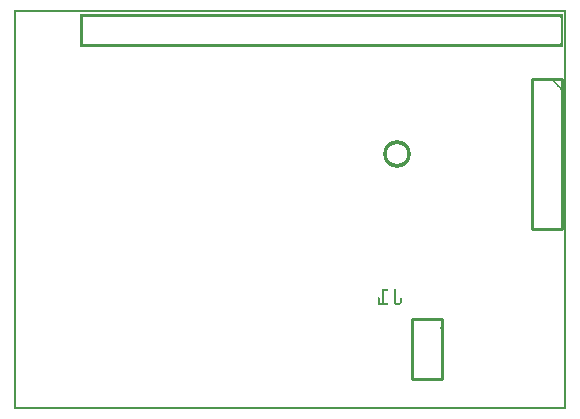
<source format=gbo>
G04 MADE WITH FRITZING*
G04 WWW.FRITZING.ORG*
G04 DOUBLE SIDED*
G04 HOLES PLATED*
G04 CONTOUR ON CENTER OF CONTOUR VECTOR*
%ASAXBY*%
%FSLAX23Y23*%
%MOIN*%
%OFA0B0*%
%SFA1.0B1.0*%
%ADD10C,0.092000X0.068*%
%ADD11C,0.010000*%
%ADD12R,0.001000X0.001000*%
%LNSILK0*%
G90*
G70*
G54D10*
X1276Y852D03*
G54D11*
X1426Y302D02*
X1426Y102D01*
D02*
X1426Y102D02*
X1326Y102D01*
D02*
X1326Y102D02*
X1326Y302D01*
D02*
X1326Y302D02*
X1426Y302D01*
D02*
X1826Y1102D02*
X1826Y602D01*
D02*
X1826Y602D02*
X1726Y602D01*
D02*
X1726Y602D02*
X1726Y1102D01*
D02*
X1726Y1102D02*
X1826Y1102D01*
G54D12*
X0Y1330D02*
X1840Y1330D01*
X0Y1329D02*
X1840Y1329D01*
X0Y1328D02*
X1840Y1328D01*
X0Y1327D02*
X1840Y1327D01*
X0Y1326D02*
X1840Y1326D01*
X0Y1325D02*
X1840Y1325D01*
X0Y1324D02*
X1840Y1324D01*
X0Y1323D02*
X1840Y1323D01*
X0Y1322D02*
X7Y1322D01*
X1833Y1322D02*
X1840Y1322D01*
X0Y1321D02*
X7Y1321D01*
X1833Y1321D02*
X1840Y1321D01*
X0Y1320D02*
X7Y1320D01*
X1833Y1320D02*
X1840Y1320D01*
X0Y1319D02*
X7Y1319D01*
X1833Y1319D02*
X1840Y1319D01*
X0Y1318D02*
X7Y1318D01*
X1833Y1318D02*
X1840Y1318D01*
X0Y1317D02*
X7Y1317D01*
X1833Y1317D02*
X1840Y1317D01*
X0Y1316D02*
X7Y1316D01*
X222Y1316D02*
X1830Y1316D01*
X1833Y1316D02*
X1840Y1316D01*
X0Y1315D02*
X7Y1315D01*
X222Y1315D02*
X1830Y1315D01*
X1833Y1315D02*
X1840Y1315D01*
X0Y1314D02*
X7Y1314D01*
X222Y1314D02*
X1830Y1314D01*
X1833Y1314D02*
X1840Y1314D01*
X0Y1313D02*
X7Y1313D01*
X222Y1313D02*
X1830Y1313D01*
X1833Y1313D02*
X1840Y1313D01*
X0Y1312D02*
X7Y1312D01*
X222Y1312D02*
X1830Y1312D01*
X1833Y1312D02*
X1840Y1312D01*
X0Y1311D02*
X7Y1311D01*
X222Y1311D02*
X1830Y1311D01*
X1833Y1311D02*
X1840Y1311D01*
X0Y1310D02*
X7Y1310D01*
X222Y1310D02*
X1830Y1310D01*
X1833Y1310D02*
X1840Y1310D01*
X0Y1309D02*
X7Y1309D01*
X222Y1309D02*
X1830Y1309D01*
X1833Y1309D02*
X1840Y1309D01*
X0Y1308D02*
X7Y1308D01*
X222Y1308D02*
X1830Y1308D01*
X1833Y1308D02*
X1840Y1308D01*
X0Y1307D02*
X7Y1307D01*
X222Y1307D02*
X1830Y1307D01*
X1833Y1307D02*
X1840Y1307D01*
X0Y1306D02*
X7Y1306D01*
X222Y1306D02*
X231Y1306D01*
X1821Y1306D02*
X1830Y1306D01*
X1833Y1306D02*
X1840Y1306D01*
X0Y1305D02*
X7Y1305D01*
X222Y1305D02*
X231Y1305D01*
X1821Y1305D02*
X1830Y1305D01*
X1833Y1305D02*
X1840Y1305D01*
X0Y1304D02*
X7Y1304D01*
X222Y1304D02*
X231Y1304D01*
X1824Y1304D02*
X1830Y1304D01*
X1833Y1304D02*
X1840Y1304D01*
X0Y1303D02*
X7Y1303D01*
X222Y1303D02*
X231Y1303D01*
X1824Y1303D02*
X1830Y1303D01*
X1833Y1303D02*
X1840Y1303D01*
X0Y1302D02*
X7Y1302D01*
X222Y1302D02*
X231Y1302D01*
X1824Y1302D02*
X1830Y1302D01*
X1833Y1302D02*
X1840Y1302D01*
X0Y1301D02*
X7Y1301D01*
X222Y1301D02*
X231Y1301D01*
X1824Y1301D02*
X1830Y1301D01*
X1833Y1301D02*
X1840Y1301D01*
X0Y1300D02*
X7Y1300D01*
X222Y1300D02*
X231Y1300D01*
X1824Y1300D02*
X1830Y1300D01*
X1833Y1300D02*
X1840Y1300D01*
X0Y1299D02*
X7Y1299D01*
X222Y1299D02*
X231Y1299D01*
X1824Y1299D02*
X1830Y1299D01*
X1833Y1299D02*
X1840Y1299D01*
X0Y1298D02*
X7Y1298D01*
X222Y1298D02*
X231Y1298D01*
X1824Y1298D02*
X1830Y1298D01*
X1833Y1298D02*
X1840Y1298D01*
X0Y1297D02*
X7Y1297D01*
X222Y1297D02*
X231Y1297D01*
X1824Y1297D02*
X1830Y1297D01*
X1833Y1297D02*
X1840Y1297D01*
X0Y1296D02*
X7Y1296D01*
X222Y1296D02*
X231Y1296D01*
X1824Y1296D02*
X1830Y1296D01*
X1833Y1296D02*
X1840Y1296D01*
X0Y1295D02*
X7Y1295D01*
X222Y1295D02*
X231Y1295D01*
X1824Y1295D02*
X1830Y1295D01*
X1833Y1295D02*
X1840Y1295D01*
X0Y1294D02*
X7Y1294D01*
X222Y1294D02*
X231Y1294D01*
X1824Y1294D02*
X1830Y1294D01*
X1833Y1294D02*
X1840Y1294D01*
X0Y1293D02*
X7Y1293D01*
X222Y1293D02*
X231Y1293D01*
X1824Y1293D02*
X1830Y1293D01*
X1833Y1293D02*
X1840Y1293D01*
X0Y1292D02*
X7Y1292D01*
X222Y1292D02*
X231Y1292D01*
X1824Y1292D02*
X1830Y1292D01*
X1833Y1292D02*
X1840Y1292D01*
X0Y1291D02*
X7Y1291D01*
X222Y1291D02*
X231Y1291D01*
X1824Y1291D02*
X1830Y1291D01*
X1833Y1291D02*
X1840Y1291D01*
X0Y1290D02*
X7Y1290D01*
X222Y1290D02*
X231Y1290D01*
X1824Y1290D02*
X1830Y1290D01*
X1833Y1290D02*
X1840Y1290D01*
X0Y1289D02*
X7Y1289D01*
X222Y1289D02*
X231Y1289D01*
X1824Y1289D02*
X1830Y1289D01*
X1833Y1289D02*
X1840Y1289D01*
X0Y1288D02*
X7Y1288D01*
X222Y1288D02*
X231Y1288D01*
X1824Y1288D02*
X1830Y1288D01*
X1833Y1288D02*
X1840Y1288D01*
X0Y1287D02*
X7Y1287D01*
X222Y1287D02*
X231Y1287D01*
X1824Y1287D02*
X1830Y1287D01*
X1833Y1287D02*
X1840Y1287D01*
X0Y1286D02*
X7Y1286D01*
X222Y1286D02*
X231Y1286D01*
X1824Y1286D02*
X1830Y1286D01*
X1833Y1286D02*
X1840Y1286D01*
X0Y1285D02*
X7Y1285D01*
X222Y1285D02*
X231Y1285D01*
X1824Y1285D02*
X1830Y1285D01*
X1833Y1285D02*
X1840Y1285D01*
X0Y1284D02*
X7Y1284D01*
X222Y1284D02*
X231Y1284D01*
X1824Y1284D02*
X1830Y1284D01*
X1833Y1284D02*
X1840Y1284D01*
X0Y1283D02*
X7Y1283D01*
X222Y1283D02*
X231Y1283D01*
X1824Y1283D02*
X1830Y1283D01*
X1833Y1283D02*
X1840Y1283D01*
X0Y1282D02*
X7Y1282D01*
X222Y1282D02*
X231Y1282D01*
X1824Y1282D02*
X1830Y1282D01*
X1833Y1282D02*
X1840Y1282D01*
X0Y1281D02*
X7Y1281D01*
X222Y1281D02*
X231Y1281D01*
X1824Y1281D02*
X1830Y1281D01*
X1833Y1281D02*
X1840Y1281D01*
X0Y1280D02*
X7Y1280D01*
X222Y1280D02*
X231Y1280D01*
X1824Y1280D02*
X1830Y1280D01*
X1833Y1280D02*
X1840Y1280D01*
X0Y1279D02*
X7Y1279D01*
X222Y1279D02*
X231Y1279D01*
X1824Y1279D02*
X1830Y1279D01*
X1833Y1279D02*
X1840Y1279D01*
X0Y1278D02*
X7Y1278D01*
X222Y1278D02*
X231Y1278D01*
X1824Y1278D02*
X1830Y1278D01*
X1833Y1278D02*
X1840Y1278D01*
X0Y1277D02*
X7Y1277D01*
X222Y1277D02*
X231Y1277D01*
X1824Y1277D02*
X1830Y1277D01*
X1833Y1277D02*
X1840Y1277D01*
X0Y1276D02*
X7Y1276D01*
X222Y1276D02*
X231Y1276D01*
X1824Y1276D02*
X1830Y1276D01*
X1833Y1276D02*
X1840Y1276D01*
X0Y1275D02*
X7Y1275D01*
X222Y1275D02*
X231Y1275D01*
X1824Y1275D02*
X1830Y1275D01*
X1833Y1275D02*
X1840Y1275D01*
X0Y1274D02*
X7Y1274D01*
X222Y1274D02*
X231Y1274D01*
X1824Y1274D02*
X1830Y1274D01*
X1833Y1274D02*
X1840Y1274D01*
X0Y1273D02*
X7Y1273D01*
X222Y1273D02*
X231Y1273D01*
X1824Y1273D02*
X1830Y1273D01*
X1833Y1273D02*
X1840Y1273D01*
X0Y1272D02*
X7Y1272D01*
X222Y1272D02*
X231Y1272D01*
X1824Y1272D02*
X1830Y1272D01*
X1833Y1272D02*
X1840Y1272D01*
X0Y1271D02*
X7Y1271D01*
X222Y1271D02*
X231Y1271D01*
X1824Y1271D02*
X1830Y1271D01*
X1833Y1271D02*
X1840Y1271D01*
X0Y1270D02*
X7Y1270D01*
X222Y1270D02*
X231Y1270D01*
X1824Y1270D02*
X1830Y1270D01*
X1833Y1270D02*
X1840Y1270D01*
X0Y1269D02*
X7Y1269D01*
X222Y1269D02*
X231Y1269D01*
X1824Y1269D02*
X1830Y1269D01*
X1833Y1269D02*
X1840Y1269D01*
X0Y1268D02*
X7Y1268D01*
X222Y1268D02*
X231Y1268D01*
X1824Y1268D02*
X1830Y1268D01*
X1833Y1268D02*
X1840Y1268D01*
X0Y1267D02*
X7Y1267D01*
X222Y1267D02*
X231Y1267D01*
X1824Y1267D02*
X1830Y1267D01*
X1833Y1267D02*
X1840Y1267D01*
X0Y1266D02*
X7Y1266D01*
X222Y1266D02*
X231Y1266D01*
X1824Y1266D02*
X1830Y1266D01*
X1833Y1266D02*
X1840Y1266D01*
X0Y1265D02*
X7Y1265D01*
X222Y1265D02*
X231Y1265D01*
X1824Y1265D02*
X1830Y1265D01*
X1833Y1265D02*
X1840Y1265D01*
X0Y1264D02*
X7Y1264D01*
X222Y1264D02*
X231Y1264D01*
X1824Y1264D02*
X1830Y1264D01*
X1833Y1264D02*
X1840Y1264D01*
X0Y1263D02*
X7Y1263D01*
X222Y1263D02*
X231Y1263D01*
X1824Y1263D02*
X1830Y1263D01*
X1833Y1263D02*
X1840Y1263D01*
X0Y1262D02*
X7Y1262D01*
X222Y1262D02*
X231Y1262D01*
X1824Y1262D02*
X1830Y1262D01*
X1833Y1262D02*
X1840Y1262D01*
X0Y1261D02*
X7Y1261D01*
X222Y1261D02*
X231Y1261D01*
X1824Y1261D02*
X1830Y1261D01*
X1833Y1261D02*
X1840Y1261D01*
X0Y1260D02*
X7Y1260D01*
X222Y1260D02*
X231Y1260D01*
X1824Y1260D02*
X1830Y1260D01*
X1833Y1260D02*
X1840Y1260D01*
X0Y1259D02*
X7Y1259D01*
X222Y1259D02*
X231Y1259D01*
X1824Y1259D02*
X1830Y1259D01*
X1833Y1259D02*
X1840Y1259D01*
X0Y1258D02*
X7Y1258D01*
X222Y1258D02*
X231Y1258D01*
X1824Y1258D02*
X1830Y1258D01*
X1833Y1258D02*
X1840Y1258D01*
X0Y1257D02*
X7Y1257D01*
X222Y1257D02*
X231Y1257D01*
X1824Y1257D02*
X1830Y1257D01*
X1833Y1257D02*
X1840Y1257D01*
X0Y1256D02*
X7Y1256D01*
X222Y1256D02*
X231Y1256D01*
X1824Y1256D02*
X1830Y1256D01*
X1833Y1256D02*
X1840Y1256D01*
X0Y1255D02*
X7Y1255D01*
X222Y1255D02*
X231Y1255D01*
X1824Y1255D02*
X1830Y1255D01*
X1833Y1255D02*
X1840Y1255D01*
X0Y1254D02*
X7Y1254D01*
X222Y1254D02*
X231Y1254D01*
X1824Y1254D02*
X1830Y1254D01*
X1833Y1254D02*
X1840Y1254D01*
X0Y1253D02*
X7Y1253D01*
X222Y1253D02*
X231Y1253D01*
X1824Y1253D02*
X1830Y1253D01*
X1833Y1253D02*
X1840Y1253D01*
X0Y1252D02*
X7Y1252D01*
X222Y1252D02*
X231Y1252D01*
X1824Y1252D02*
X1830Y1252D01*
X1833Y1252D02*
X1840Y1252D01*
X0Y1251D02*
X7Y1251D01*
X222Y1251D02*
X231Y1251D01*
X1824Y1251D02*
X1830Y1251D01*
X1833Y1251D02*
X1840Y1251D01*
X0Y1250D02*
X7Y1250D01*
X222Y1250D02*
X231Y1250D01*
X1824Y1250D02*
X1830Y1250D01*
X1833Y1250D02*
X1840Y1250D01*
X0Y1249D02*
X7Y1249D01*
X222Y1249D02*
X231Y1249D01*
X1824Y1249D02*
X1830Y1249D01*
X1833Y1249D02*
X1840Y1249D01*
X0Y1248D02*
X7Y1248D01*
X222Y1248D02*
X231Y1248D01*
X1824Y1248D02*
X1830Y1248D01*
X1833Y1248D02*
X1840Y1248D01*
X0Y1247D02*
X7Y1247D01*
X222Y1247D02*
X231Y1247D01*
X1824Y1247D02*
X1830Y1247D01*
X1833Y1247D02*
X1840Y1247D01*
X0Y1246D02*
X7Y1246D01*
X222Y1246D02*
X231Y1246D01*
X1824Y1246D02*
X1830Y1246D01*
X1833Y1246D02*
X1840Y1246D01*
X0Y1245D02*
X7Y1245D01*
X222Y1245D02*
X231Y1245D01*
X1824Y1245D02*
X1830Y1245D01*
X1833Y1245D02*
X1840Y1245D01*
X0Y1244D02*
X7Y1244D01*
X222Y1244D02*
X231Y1244D01*
X1824Y1244D02*
X1830Y1244D01*
X1833Y1244D02*
X1840Y1244D01*
X0Y1243D02*
X7Y1243D01*
X222Y1243D02*
X231Y1243D01*
X1824Y1243D02*
X1830Y1243D01*
X1833Y1243D02*
X1840Y1243D01*
X0Y1242D02*
X7Y1242D01*
X222Y1242D02*
X231Y1242D01*
X1824Y1242D02*
X1830Y1242D01*
X1833Y1242D02*
X1840Y1242D01*
X0Y1241D02*
X7Y1241D01*
X222Y1241D02*
X231Y1241D01*
X1824Y1241D02*
X1830Y1241D01*
X1833Y1241D02*
X1840Y1241D01*
X0Y1240D02*
X7Y1240D01*
X222Y1240D02*
X231Y1240D01*
X1824Y1240D02*
X1830Y1240D01*
X1833Y1240D02*
X1840Y1240D01*
X0Y1239D02*
X7Y1239D01*
X222Y1239D02*
X231Y1239D01*
X1824Y1239D02*
X1830Y1239D01*
X1833Y1239D02*
X1840Y1239D01*
X0Y1238D02*
X7Y1238D01*
X222Y1238D02*
X231Y1238D01*
X1824Y1238D02*
X1830Y1238D01*
X1833Y1238D02*
X1840Y1238D01*
X0Y1237D02*
X7Y1237D01*
X222Y1237D02*
X231Y1237D01*
X1824Y1237D02*
X1830Y1237D01*
X1833Y1237D02*
X1840Y1237D01*
X0Y1236D02*
X7Y1236D01*
X222Y1236D02*
X231Y1236D01*
X1824Y1236D02*
X1830Y1236D01*
X1833Y1236D02*
X1840Y1236D01*
X0Y1235D02*
X7Y1235D01*
X222Y1235D02*
X231Y1235D01*
X1824Y1235D02*
X1830Y1235D01*
X1833Y1235D02*
X1840Y1235D01*
X0Y1234D02*
X7Y1234D01*
X222Y1234D02*
X231Y1234D01*
X1824Y1234D02*
X1830Y1234D01*
X1833Y1234D02*
X1840Y1234D01*
X0Y1233D02*
X7Y1233D01*
X222Y1233D02*
X231Y1233D01*
X1824Y1233D02*
X1830Y1233D01*
X1833Y1233D02*
X1840Y1233D01*
X0Y1232D02*
X7Y1232D01*
X222Y1232D02*
X231Y1232D01*
X1824Y1232D02*
X1830Y1232D01*
X1833Y1232D02*
X1840Y1232D01*
X0Y1231D02*
X7Y1231D01*
X222Y1231D02*
X231Y1231D01*
X1824Y1231D02*
X1830Y1231D01*
X1833Y1231D02*
X1840Y1231D01*
X0Y1230D02*
X7Y1230D01*
X222Y1230D02*
X231Y1230D01*
X1824Y1230D02*
X1830Y1230D01*
X1833Y1230D02*
X1840Y1230D01*
X0Y1229D02*
X7Y1229D01*
X222Y1229D02*
X231Y1229D01*
X1824Y1229D02*
X1830Y1229D01*
X1833Y1229D02*
X1840Y1229D01*
X0Y1228D02*
X7Y1228D01*
X222Y1228D02*
X231Y1228D01*
X1824Y1228D02*
X1830Y1228D01*
X1833Y1228D02*
X1840Y1228D01*
X0Y1227D02*
X7Y1227D01*
X222Y1227D02*
X231Y1227D01*
X1824Y1227D02*
X1830Y1227D01*
X1833Y1227D02*
X1840Y1227D01*
X0Y1226D02*
X7Y1226D01*
X222Y1226D02*
X231Y1226D01*
X1824Y1226D02*
X1830Y1226D01*
X1833Y1226D02*
X1840Y1226D01*
X0Y1225D02*
X7Y1225D01*
X222Y1225D02*
X231Y1225D01*
X1824Y1225D02*
X1830Y1225D01*
X1833Y1225D02*
X1840Y1225D01*
X0Y1224D02*
X7Y1224D01*
X222Y1224D02*
X231Y1224D01*
X1824Y1224D02*
X1830Y1224D01*
X1833Y1224D02*
X1840Y1224D01*
X0Y1223D02*
X7Y1223D01*
X222Y1223D02*
X231Y1223D01*
X1824Y1223D02*
X1830Y1223D01*
X1833Y1223D02*
X1840Y1223D01*
X0Y1222D02*
X7Y1222D01*
X222Y1222D02*
X231Y1222D01*
X1824Y1222D02*
X1830Y1222D01*
X1833Y1222D02*
X1840Y1222D01*
X0Y1221D02*
X7Y1221D01*
X222Y1221D02*
X231Y1221D01*
X1824Y1221D02*
X1830Y1221D01*
X1833Y1221D02*
X1840Y1221D01*
X0Y1220D02*
X7Y1220D01*
X222Y1220D02*
X231Y1220D01*
X1824Y1220D02*
X1830Y1220D01*
X1833Y1220D02*
X1840Y1220D01*
X0Y1219D02*
X7Y1219D01*
X222Y1219D02*
X231Y1219D01*
X1821Y1219D02*
X1830Y1219D01*
X1833Y1219D02*
X1840Y1219D01*
X0Y1218D02*
X7Y1218D01*
X222Y1218D02*
X231Y1218D01*
X1821Y1218D02*
X1830Y1218D01*
X1833Y1218D02*
X1840Y1218D01*
X0Y1217D02*
X7Y1217D01*
X222Y1217D02*
X231Y1217D01*
X1821Y1217D02*
X1830Y1217D01*
X1833Y1217D02*
X1840Y1217D01*
X0Y1216D02*
X7Y1216D01*
X222Y1216D02*
X1830Y1216D01*
X1833Y1216D02*
X1840Y1216D01*
X0Y1215D02*
X7Y1215D01*
X222Y1215D02*
X1830Y1215D01*
X1833Y1215D02*
X1840Y1215D01*
X0Y1214D02*
X7Y1214D01*
X222Y1214D02*
X1830Y1214D01*
X1833Y1214D02*
X1840Y1214D01*
X0Y1213D02*
X7Y1213D01*
X222Y1213D02*
X1830Y1213D01*
X1833Y1213D02*
X1840Y1213D01*
X0Y1212D02*
X7Y1212D01*
X222Y1212D02*
X1830Y1212D01*
X1833Y1212D02*
X1840Y1212D01*
X0Y1211D02*
X7Y1211D01*
X222Y1211D02*
X1830Y1211D01*
X1833Y1211D02*
X1840Y1211D01*
X0Y1210D02*
X7Y1210D01*
X222Y1210D02*
X1830Y1210D01*
X1833Y1210D02*
X1840Y1210D01*
X0Y1209D02*
X7Y1209D01*
X222Y1209D02*
X1830Y1209D01*
X1833Y1209D02*
X1840Y1209D01*
X0Y1208D02*
X7Y1208D01*
X222Y1208D02*
X1830Y1208D01*
X1833Y1208D02*
X1840Y1208D01*
X0Y1207D02*
X7Y1207D01*
X222Y1207D02*
X1830Y1207D01*
X1833Y1207D02*
X1840Y1207D01*
X0Y1206D02*
X7Y1206D01*
X1833Y1206D02*
X1840Y1206D01*
X0Y1205D02*
X7Y1205D01*
X1833Y1205D02*
X1840Y1205D01*
X0Y1204D02*
X7Y1204D01*
X1833Y1204D02*
X1840Y1204D01*
X0Y1203D02*
X7Y1203D01*
X1833Y1203D02*
X1840Y1203D01*
X0Y1202D02*
X7Y1202D01*
X1833Y1202D02*
X1840Y1202D01*
X0Y1201D02*
X7Y1201D01*
X1833Y1201D02*
X1840Y1201D01*
X0Y1200D02*
X7Y1200D01*
X1833Y1200D02*
X1840Y1200D01*
X0Y1199D02*
X7Y1199D01*
X1833Y1199D02*
X1840Y1199D01*
X0Y1198D02*
X7Y1198D01*
X1833Y1198D02*
X1840Y1198D01*
X0Y1197D02*
X7Y1197D01*
X1833Y1197D02*
X1840Y1197D01*
X0Y1196D02*
X7Y1196D01*
X1833Y1196D02*
X1840Y1196D01*
X0Y1195D02*
X7Y1195D01*
X1833Y1195D02*
X1840Y1195D01*
X0Y1194D02*
X7Y1194D01*
X1833Y1194D02*
X1840Y1194D01*
X0Y1193D02*
X7Y1193D01*
X1833Y1193D02*
X1840Y1193D01*
X0Y1192D02*
X7Y1192D01*
X1833Y1192D02*
X1840Y1192D01*
X0Y1191D02*
X7Y1191D01*
X1833Y1191D02*
X1840Y1191D01*
X0Y1190D02*
X7Y1190D01*
X1833Y1190D02*
X1840Y1190D01*
X0Y1189D02*
X7Y1189D01*
X1833Y1189D02*
X1840Y1189D01*
X0Y1188D02*
X7Y1188D01*
X1833Y1188D02*
X1840Y1188D01*
X0Y1187D02*
X7Y1187D01*
X1833Y1187D02*
X1840Y1187D01*
X0Y1186D02*
X7Y1186D01*
X1833Y1186D02*
X1840Y1186D01*
X0Y1185D02*
X7Y1185D01*
X1833Y1185D02*
X1840Y1185D01*
X0Y1184D02*
X7Y1184D01*
X1833Y1184D02*
X1840Y1184D01*
X0Y1183D02*
X7Y1183D01*
X1833Y1183D02*
X1840Y1183D01*
X0Y1182D02*
X7Y1182D01*
X1833Y1182D02*
X1840Y1182D01*
X0Y1181D02*
X7Y1181D01*
X1833Y1181D02*
X1840Y1181D01*
X0Y1180D02*
X7Y1180D01*
X1833Y1180D02*
X1840Y1180D01*
X0Y1179D02*
X7Y1179D01*
X1833Y1179D02*
X1840Y1179D01*
X0Y1178D02*
X7Y1178D01*
X1833Y1178D02*
X1840Y1178D01*
X0Y1177D02*
X7Y1177D01*
X1833Y1177D02*
X1840Y1177D01*
X0Y1176D02*
X7Y1176D01*
X1833Y1176D02*
X1840Y1176D01*
X0Y1175D02*
X7Y1175D01*
X1833Y1175D02*
X1840Y1175D01*
X0Y1174D02*
X7Y1174D01*
X1833Y1174D02*
X1840Y1174D01*
X0Y1173D02*
X7Y1173D01*
X1833Y1173D02*
X1840Y1173D01*
X0Y1172D02*
X7Y1172D01*
X1833Y1172D02*
X1840Y1172D01*
X0Y1171D02*
X7Y1171D01*
X1833Y1171D02*
X1840Y1171D01*
X0Y1170D02*
X7Y1170D01*
X1833Y1170D02*
X1840Y1170D01*
X0Y1169D02*
X7Y1169D01*
X1833Y1169D02*
X1840Y1169D01*
X0Y1168D02*
X7Y1168D01*
X1833Y1168D02*
X1840Y1168D01*
X0Y1167D02*
X7Y1167D01*
X1833Y1167D02*
X1840Y1167D01*
X0Y1166D02*
X7Y1166D01*
X1833Y1166D02*
X1840Y1166D01*
X0Y1165D02*
X7Y1165D01*
X1833Y1165D02*
X1840Y1165D01*
X0Y1164D02*
X7Y1164D01*
X1833Y1164D02*
X1840Y1164D01*
X0Y1163D02*
X7Y1163D01*
X1833Y1163D02*
X1840Y1163D01*
X0Y1162D02*
X7Y1162D01*
X1833Y1162D02*
X1840Y1162D01*
X0Y1161D02*
X7Y1161D01*
X1833Y1161D02*
X1840Y1161D01*
X0Y1160D02*
X7Y1160D01*
X1833Y1160D02*
X1840Y1160D01*
X0Y1159D02*
X7Y1159D01*
X1833Y1159D02*
X1840Y1159D01*
X0Y1158D02*
X7Y1158D01*
X1833Y1158D02*
X1840Y1158D01*
X0Y1157D02*
X7Y1157D01*
X1833Y1157D02*
X1840Y1157D01*
X0Y1156D02*
X7Y1156D01*
X1833Y1156D02*
X1840Y1156D01*
X0Y1155D02*
X7Y1155D01*
X1833Y1155D02*
X1840Y1155D01*
X0Y1154D02*
X7Y1154D01*
X1833Y1154D02*
X1840Y1154D01*
X0Y1153D02*
X7Y1153D01*
X1833Y1153D02*
X1840Y1153D01*
X0Y1152D02*
X7Y1152D01*
X1833Y1152D02*
X1840Y1152D01*
X0Y1151D02*
X7Y1151D01*
X1833Y1151D02*
X1840Y1151D01*
X0Y1150D02*
X7Y1150D01*
X1833Y1150D02*
X1840Y1150D01*
X0Y1149D02*
X7Y1149D01*
X1833Y1149D02*
X1840Y1149D01*
X0Y1148D02*
X7Y1148D01*
X1833Y1148D02*
X1840Y1148D01*
X0Y1147D02*
X7Y1147D01*
X1833Y1147D02*
X1840Y1147D01*
X0Y1146D02*
X7Y1146D01*
X1833Y1146D02*
X1840Y1146D01*
X0Y1145D02*
X7Y1145D01*
X1833Y1145D02*
X1840Y1145D01*
X0Y1144D02*
X7Y1144D01*
X1833Y1144D02*
X1840Y1144D01*
X0Y1143D02*
X7Y1143D01*
X1833Y1143D02*
X1840Y1143D01*
X0Y1142D02*
X7Y1142D01*
X1833Y1142D02*
X1840Y1142D01*
X0Y1141D02*
X7Y1141D01*
X1833Y1141D02*
X1840Y1141D01*
X0Y1140D02*
X7Y1140D01*
X1833Y1140D02*
X1840Y1140D01*
X0Y1139D02*
X7Y1139D01*
X1833Y1139D02*
X1840Y1139D01*
X0Y1138D02*
X7Y1138D01*
X1833Y1138D02*
X1840Y1138D01*
X0Y1137D02*
X7Y1137D01*
X1833Y1137D02*
X1840Y1137D01*
X0Y1136D02*
X7Y1136D01*
X1833Y1136D02*
X1840Y1136D01*
X0Y1135D02*
X7Y1135D01*
X1833Y1135D02*
X1840Y1135D01*
X0Y1134D02*
X7Y1134D01*
X1833Y1134D02*
X1840Y1134D01*
X0Y1133D02*
X7Y1133D01*
X1833Y1133D02*
X1840Y1133D01*
X0Y1132D02*
X7Y1132D01*
X1833Y1132D02*
X1840Y1132D01*
X0Y1131D02*
X7Y1131D01*
X1833Y1131D02*
X1840Y1131D01*
X0Y1130D02*
X7Y1130D01*
X1833Y1130D02*
X1840Y1130D01*
X0Y1129D02*
X7Y1129D01*
X1833Y1129D02*
X1840Y1129D01*
X0Y1128D02*
X7Y1128D01*
X1833Y1128D02*
X1840Y1128D01*
X0Y1127D02*
X7Y1127D01*
X1833Y1127D02*
X1840Y1127D01*
X0Y1126D02*
X7Y1126D01*
X1833Y1126D02*
X1840Y1126D01*
X0Y1125D02*
X7Y1125D01*
X1833Y1125D02*
X1840Y1125D01*
X0Y1124D02*
X7Y1124D01*
X1833Y1124D02*
X1840Y1124D01*
X0Y1123D02*
X7Y1123D01*
X1833Y1123D02*
X1840Y1123D01*
X0Y1122D02*
X7Y1122D01*
X1833Y1122D02*
X1840Y1122D01*
X0Y1121D02*
X7Y1121D01*
X1833Y1121D02*
X1840Y1121D01*
X0Y1120D02*
X7Y1120D01*
X1833Y1120D02*
X1840Y1120D01*
X0Y1119D02*
X7Y1119D01*
X1833Y1119D02*
X1840Y1119D01*
X0Y1118D02*
X7Y1118D01*
X1833Y1118D02*
X1840Y1118D01*
X0Y1117D02*
X7Y1117D01*
X1833Y1117D02*
X1840Y1117D01*
X0Y1116D02*
X7Y1116D01*
X1833Y1116D02*
X1840Y1116D01*
X0Y1115D02*
X7Y1115D01*
X1833Y1115D02*
X1840Y1115D01*
X0Y1114D02*
X7Y1114D01*
X1833Y1114D02*
X1840Y1114D01*
X0Y1113D02*
X7Y1113D01*
X1833Y1113D02*
X1840Y1113D01*
X0Y1112D02*
X7Y1112D01*
X1833Y1112D02*
X1840Y1112D01*
X0Y1111D02*
X7Y1111D01*
X1833Y1111D02*
X1840Y1111D01*
X0Y1110D02*
X7Y1110D01*
X1833Y1110D02*
X1840Y1110D01*
X0Y1109D02*
X7Y1109D01*
X1833Y1109D02*
X1840Y1109D01*
X0Y1108D02*
X7Y1108D01*
X1833Y1108D02*
X1840Y1108D01*
X0Y1107D02*
X7Y1107D01*
X1833Y1107D02*
X1840Y1107D01*
X0Y1106D02*
X7Y1106D01*
X1833Y1106D02*
X1840Y1106D01*
X0Y1105D02*
X7Y1105D01*
X1833Y1105D02*
X1840Y1105D01*
X0Y1104D02*
X7Y1104D01*
X1833Y1104D02*
X1840Y1104D01*
X0Y1103D02*
X7Y1103D01*
X1791Y1103D02*
X1791Y1103D01*
X1833Y1103D02*
X1840Y1103D01*
X0Y1102D02*
X7Y1102D01*
X1790Y1102D02*
X1792Y1102D01*
X1833Y1102D02*
X1840Y1102D01*
X0Y1101D02*
X7Y1101D01*
X1789Y1101D02*
X1793Y1101D01*
X1833Y1101D02*
X1840Y1101D01*
X0Y1100D02*
X7Y1100D01*
X1788Y1100D02*
X1794Y1100D01*
X1833Y1100D02*
X1840Y1100D01*
X0Y1099D02*
X7Y1099D01*
X1789Y1099D02*
X1795Y1099D01*
X1833Y1099D02*
X1840Y1099D01*
X0Y1098D02*
X7Y1098D01*
X1790Y1098D02*
X1796Y1098D01*
X1833Y1098D02*
X1840Y1098D01*
X0Y1097D02*
X7Y1097D01*
X1791Y1097D02*
X1797Y1097D01*
X1833Y1097D02*
X1840Y1097D01*
X0Y1096D02*
X7Y1096D01*
X1792Y1096D02*
X1798Y1096D01*
X1833Y1096D02*
X1840Y1096D01*
X0Y1095D02*
X7Y1095D01*
X1793Y1095D02*
X1799Y1095D01*
X1833Y1095D02*
X1840Y1095D01*
X0Y1094D02*
X7Y1094D01*
X1794Y1094D02*
X1800Y1094D01*
X1833Y1094D02*
X1840Y1094D01*
X0Y1093D02*
X7Y1093D01*
X1795Y1093D02*
X1801Y1093D01*
X1833Y1093D02*
X1840Y1093D01*
X0Y1092D02*
X7Y1092D01*
X1796Y1092D02*
X1802Y1092D01*
X1833Y1092D02*
X1840Y1092D01*
X0Y1091D02*
X7Y1091D01*
X1797Y1091D02*
X1803Y1091D01*
X1833Y1091D02*
X1840Y1091D01*
X0Y1090D02*
X7Y1090D01*
X1798Y1090D02*
X1804Y1090D01*
X1833Y1090D02*
X1840Y1090D01*
X0Y1089D02*
X7Y1089D01*
X1799Y1089D02*
X1805Y1089D01*
X1833Y1089D02*
X1840Y1089D01*
X0Y1088D02*
X7Y1088D01*
X1800Y1088D02*
X1806Y1088D01*
X1833Y1088D02*
X1840Y1088D01*
X0Y1087D02*
X7Y1087D01*
X1801Y1087D02*
X1807Y1087D01*
X1833Y1087D02*
X1840Y1087D01*
X0Y1086D02*
X7Y1086D01*
X1803Y1086D02*
X1808Y1086D01*
X1833Y1086D02*
X1840Y1086D01*
X0Y1085D02*
X7Y1085D01*
X1804Y1085D02*
X1809Y1085D01*
X1833Y1085D02*
X1840Y1085D01*
X0Y1084D02*
X7Y1084D01*
X1805Y1084D02*
X1810Y1084D01*
X1833Y1084D02*
X1840Y1084D01*
X0Y1083D02*
X7Y1083D01*
X1806Y1083D02*
X1811Y1083D01*
X1833Y1083D02*
X1840Y1083D01*
X0Y1082D02*
X7Y1082D01*
X1807Y1082D02*
X1812Y1082D01*
X1833Y1082D02*
X1840Y1082D01*
X0Y1081D02*
X7Y1081D01*
X1808Y1081D02*
X1813Y1081D01*
X1833Y1081D02*
X1840Y1081D01*
X0Y1080D02*
X7Y1080D01*
X1809Y1080D02*
X1814Y1080D01*
X1833Y1080D02*
X1840Y1080D01*
X0Y1079D02*
X7Y1079D01*
X1809Y1079D02*
X1815Y1079D01*
X1833Y1079D02*
X1840Y1079D01*
X0Y1078D02*
X7Y1078D01*
X1810Y1078D02*
X1816Y1078D01*
X1833Y1078D02*
X1840Y1078D01*
X0Y1077D02*
X7Y1077D01*
X1811Y1077D02*
X1817Y1077D01*
X1833Y1077D02*
X1840Y1077D01*
X0Y1076D02*
X7Y1076D01*
X1812Y1076D02*
X1818Y1076D01*
X1833Y1076D02*
X1840Y1076D01*
X0Y1075D02*
X7Y1075D01*
X1813Y1075D02*
X1819Y1075D01*
X1833Y1075D02*
X1840Y1075D01*
X0Y1074D02*
X7Y1074D01*
X1814Y1074D02*
X1820Y1074D01*
X1833Y1074D02*
X1840Y1074D01*
X0Y1073D02*
X7Y1073D01*
X1815Y1073D02*
X1821Y1073D01*
X1833Y1073D02*
X1840Y1073D01*
X0Y1072D02*
X7Y1072D01*
X1816Y1072D02*
X1822Y1072D01*
X1833Y1072D02*
X1840Y1072D01*
X0Y1071D02*
X7Y1071D01*
X1817Y1071D02*
X1823Y1071D01*
X1833Y1071D02*
X1840Y1071D01*
X0Y1070D02*
X7Y1070D01*
X1818Y1070D02*
X1824Y1070D01*
X1833Y1070D02*
X1840Y1070D01*
X0Y1069D02*
X7Y1069D01*
X1819Y1069D02*
X1825Y1069D01*
X1833Y1069D02*
X1840Y1069D01*
X0Y1068D02*
X7Y1068D01*
X1820Y1068D02*
X1825Y1068D01*
X1833Y1068D02*
X1840Y1068D01*
X0Y1067D02*
X7Y1067D01*
X1821Y1067D02*
X1824Y1067D01*
X1833Y1067D02*
X1840Y1067D01*
X0Y1066D02*
X7Y1066D01*
X1822Y1066D02*
X1823Y1066D01*
X1833Y1066D02*
X1840Y1066D01*
X0Y1065D02*
X7Y1065D01*
X1833Y1065D02*
X1840Y1065D01*
X0Y1064D02*
X7Y1064D01*
X1833Y1064D02*
X1840Y1064D01*
X0Y1063D02*
X7Y1063D01*
X1833Y1063D02*
X1840Y1063D01*
X0Y1062D02*
X7Y1062D01*
X1833Y1062D02*
X1840Y1062D01*
X0Y1061D02*
X7Y1061D01*
X1833Y1061D02*
X1840Y1061D01*
X0Y1060D02*
X7Y1060D01*
X1833Y1060D02*
X1840Y1060D01*
X0Y1059D02*
X7Y1059D01*
X1833Y1059D02*
X1840Y1059D01*
X0Y1058D02*
X7Y1058D01*
X1833Y1058D02*
X1840Y1058D01*
X0Y1057D02*
X7Y1057D01*
X1833Y1057D02*
X1840Y1057D01*
X0Y1056D02*
X7Y1056D01*
X1833Y1056D02*
X1840Y1056D01*
X0Y1055D02*
X7Y1055D01*
X1833Y1055D02*
X1840Y1055D01*
X0Y1054D02*
X7Y1054D01*
X1833Y1054D02*
X1840Y1054D01*
X0Y1053D02*
X7Y1053D01*
X1833Y1053D02*
X1840Y1053D01*
X0Y1052D02*
X7Y1052D01*
X1833Y1052D02*
X1840Y1052D01*
X0Y1051D02*
X7Y1051D01*
X1833Y1051D02*
X1840Y1051D01*
X0Y1050D02*
X7Y1050D01*
X1833Y1050D02*
X1840Y1050D01*
X0Y1049D02*
X7Y1049D01*
X1833Y1049D02*
X1840Y1049D01*
X0Y1048D02*
X7Y1048D01*
X1833Y1048D02*
X1840Y1048D01*
X0Y1047D02*
X7Y1047D01*
X1833Y1047D02*
X1840Y1047D01*
X0Y1046D02*
X7Y1046D01*
X1833Y1046D02*
X1840Y1046D01*
X0Y1045D02*
X7Y1045D01*
X1833Y1045D02*
X1840Y1045D01*
X0Y1044D02*
X7Y1044D01*
X1833Y1044D02*
X1840Y1044D01*
X0Y1043D02*
X7Y1043D01*
X1833Y1043D02*
X1840Y1043D01*
X0Y1042D02*
X7Y1042D01*
X1833Y1042D02*
X1840Y1042D01*
X0Y1041D02*
X7Y1041D01*
X1833Y1041D02*
X1840Y1041D01*
X0Y1040D02*
X7Y1040D01*
X1833Y1040D02*
X1840Y1040D01*
X0Y1039D02*
X7Y1039D01*
X1833Y1039D02*
X1840Y1039D01*
X0Y1038D02*
X7Y1038D01*
X1833Y1038D02*
X1840Y1038D01*
X0Y1037D02*
X7Y1037D01*
X1833Y1037D02*
X1840Y1037D01*
X0Y1036D02*
X7Y1036D01*
X1833Y1036D02*
X1840Y1036D01*
X0Y1035D02*
X7Y1035D01*
X1833Y1035D02*
X1840Y1035D01*
X0Y1034D02*
X7Y1034D01*
X1833Y1034D02*
X1840Y1034D01*
X0Y1033D02*
X7Y1033D01*
X1833Y1033D02*
X1840Y1033D01*
X0Y1032D02*
X7Y1032D01*
X1833Y1032D02*
X1840Y1032D01*
X0Y1031D02*
X7Y1031D01*
X1833Y1031D02*
X1840Y1031D01*
X0Y1030D02*
X7Y1030D01*
X1833Y1030D02*
X1840Y1030D01*
X0Y1029D02*
X7Y1029D01*
X1833Y1029D02*
X1840Y1029D01*
X0Y1028D02*
X7Y1028D01*
X1833Y1028D02*
X1840Y1028D01*
X0Y1027D02*
X7Y1027D01*
X1833Y1027D02*
X1840Y1027D01*
X0Y1026D02*
X7Y1026D01*
X1833Y1026D02*
X1840Y1026D01*
X0Y1025D02*
X7Y1025D01*
X1833Y1025D02*
X1840Y1025D01*
X0Y1024D02*
X7Y1024D01*
X1833Y1024D02*
X1840Y1024D01*
X0Y1023D02*
X7Y1023D01*
X1833Y1023D02*
X1840Y1023D01*
X0Y1022D02*
X7Y1022D01*
X1833Y1022D02*
X1840Y1022D01*
X0Y1021D02*
X7Y1021D01*
X1833Y1021D02*
X1840Y1021D01*
X0Y1020D02*
X7Y1020D01*
X1833Y1020D02*
X1840Y1020D01*
X0Y1019D02*
X7Y1019D01*
X1833Y1019D02*
X1840Y1019D01*
X0Y1018D02*
X7Y1018D01*
X1833Y1018D02*
X1840Y1018D01*
X0Y1017D02*
X7Y1017D01*
X1833Y1017D02*
X1840Y1017D01*
X0Y1016D02*
X7Y1016D01*
X1833Y1016D02*
X1840Y1016D01*
X0Y1015D02*
X7Y1015D01*
X1833Y1015D02*
X1840Y1015D01*
X0Y1014D02*
X7Y1014D01*
X1833Y1014D02*
X1840Y1014D01*
X0Y1013D02*
X7Y1013D01*
X1833Y1013D02*
X1840Y1013D01*
X0Y1012D02*
X7Y1012D01*
X1833Y1012D02*
X1840Y1012D01*
X0Y1011D02*
X7Y1011D01*
X1833Y1011D02*
X1840Y1011D01*
X0Y1010D02*
X7Y1010D01*
X1833Y1010D02*
X1840Y1010D01*
X0Y1009D02*
X7Y1009D01*
X1833Y1009D02*
X1840Y1009D01*
X0Y1008D02*
X7Y1008D01*
X1833Y1008D02*
X1840Y1008D01*
X0Y1007D02*
X7Y1007D01*
X1833Y1007D02*
X1840Y1007D01*
X0Y1006D02*
X7Y1006D01*
X1833Y1006D02*
X1840Y1006D01*
X0Y1005D02*
X7Y1005D01*
X1833Y1005D02*
X1840Y1005D01*
X0Y1004D02*
X7Y1004D01*
X1833Y1004D02*
X1840Y1004D01*
X0Y1003D02*
X7Y1003D01*
X1833Y1003D02*
X1840Y1003D01*
X0Y1002D02*
X7Y1002D01*
X1833Y1002D02*
X1840Y1002D01*
X0Y1001D02*
X7Y1001D01*
X1833Y1001D02*
X1840Y1001D01*
X0Y1000D02*
X7Y1000D01*
X1833Y1000D02*
X1840Y1000D01*
X0Y999D02*
X7Y999D01*
X1833Y999D02*
X1840Y999D01*
X0Y998D02*
X7Y998D01*
X1833Y998D02*
X1840Y998D01*
X0Y997D02*
X7Y997D01*
X1833Y997D02*
X1840Y997D01*
X0Y996D02*
X7Y996D01*
X1833Y996D02*
X1840Y996D01*
X0Y995D02*
X7Y995D01*
X1833Y995D02*
X1840Y995D01*
X0Y994D02*
X7Y994D01*
X1833Y994D02*
X1840Y994D01*
X0Y993D02*
X7Y993D01*
X1833Y993D02*
X1840Y993D01*
X0Y992D02*
X7Y992D01*
X1833Y992D02*
X1840Y992D01*
X0Y991D02*
X7Y991D01*
X1833Y991D02*
X1840Y991D01*
X0Y990D02*
X7Y990D01*
X1833Y990D02*
X1840Y990D01*
X0Y989D02*
X7Y989D01*
X1833Y989D02*
X1840Y989D01*
X0Y988D02*
X7Y988D01*
X1833Y988D02*
X1840Y988D01*
X0Y987D02*
X7Y987D01*
X1833Y987D02*
X1840Y987D01*
X0Y986D02*
X7Y986D01*
X1833Y986D02*
X1840Y986D01*
X0Y985D02*
X7Y985D01*
X1833Y985D02*
X1840Y985D01*
X0Y984D02*
X7Y984D01*
X1833Y984D02*
X1840Y984D01*
X0Y983D02*
X7Y983D01*
X1833Y983D02*
X1840Y983D01*
X0Y982D02*
X7Y982D01*
X1833Y982D02*
X1840Y982D01*
X0Y981D02*
X7Y981D01*
X1833Y981D02*
X1840Y981D01*
X0Y980D02*
X7Y980D01*
X1833Y980D02*
X1840Y980D01*
X0Y979D02*
X7Y979D01*
X1833Y979D02*
X1840Y979D01*
X0Y978D02*
X7Y978D01*
X1833Y978D02*
X1840Y978D01*
X0Y977D02*
X7Y977D01*
X1833Y977D02*
X1840Y977D01*
X0Y976D02*
X7Y976D01*
X1833Y976D02*
X1840Y976D01*
X0Y975D02*
X7Y975D01*
X1833Y975D02*
X1840Y975D01*
X0Y974D02*
X7Y974D01*
X1833Y974D02*
X1840Y974D01*
X0Y973D02*
X7Y973D01*
X1833Y973D02*
X1840Y973D01*
X0Y972D02*
X7Y972D01*
X1833Y972D02*
X1840Y972D01*
X0Y971D02*
X7Y971D01*
X1833Y971D02*
X1840Y971D01*
X0Y970D02*
X7Y970D01*
X1833Y970D02*
X1840Y970D01*
X0Y969D02*
X7Y969D01*
X1833Y969D02*
X1840Y969D01*
X0Y968D02*
X7Y968D01*
X1833Y968D02*
X1840Y968D01*
X0Y967D02*
X7Y967D01*
X1833Y967D02*
X1840Y967D01*
X0Y966D02*
X7Y966D01*
X1833Y966D02*
X1840Y966D01*
X0Y965D02*
X7Y965D01*
X1833Y965D02*
X1840Y965D01*
X0Y964D02*
X7Y964D01*
X1833Y964D02*
X1840Y964D01*
X0Y963D02*
X7Y963D01*
X1833Y963D02*
X1840Y963D01*
X0Y962D02*
X7Y962D01*
X1833Y962D02*
X1840Y962D01*
X0Y961D02*
X7Y961D01*
X1833Y961D02*
X1840Y961D01*
X0Y960D02*
X7Y960D01*
X1833Y960D02*
X1840Y960D01*
X0Y959D02*
X7Y959D01*
X1833Y959D02*
X1840Y959D01*
X0Y958D02*
X7Y958D01*
X1833Y958D02*
X1840Y958D01*
X0Y957D02*
X7Y957D01*
X1833Y957D02*
X1840Y957D01*
X0Y956D02*
X7Y956D01*
X1833Y956D02*
X1840Y956D01*
X0Y955D02*
X7Y955D01*
X1833Y955D02*
X1840Y955D01*
X0Y954D02*
X7Y954D01*
X1833Y954D02*
X1840Y954D01*
X0Y953D02*
X7Y953D01*
X1833Y953D02*
X1840Y953D01*
X0Y952D02*
X7Y952D01*
X1833Y952D02*
X1840Y952D01*
X0Y951D02*
X7Y951D01*
X1833Y951D02*
X1840Y951D01*
X0Y950D02*
X7Y950D01*
X1833Y950D02*
X1840Y950D01*
X0Y949D02*
X7Y949D01*
X1833Y949D02*
X1840Y949D01*
X0Y948D02*
X7Y948D01*
X1833Y948D02*
X1840Y948D01*
X0Y947D02*
X7Y947D01*
X1833Y947D02*
X1840Y947D01*
X0Y946D02*
X7Y946D01*
X1833Y946D02*
X1840Y946D01*
X0Y945D02*
X7Y945D01*
X1833Y945D02*
X1840Y945D01*
X0Y944D02*
X7Y944D01*
X1833Y944D02*
X1840Y944D01*
X0Y943D02*
X7Y943D01*
X1833Y943D02*
X1840Y943D01*
X0Y942D02*
X7Y942D01*
X1833Y942D02*
X1840Y942D01*
X0Y941D02*
X7Y941D01*
X1833Y941D02*
X1840Y941D01*
X0Y940D02*
X7Y940D01*
X1833Y940D02*
X1840Y940D01*
X0Y939D02*
X7Y939D01*
X1833Y939D02*
X1840Y939D01*
X0Y938D02*
X7Y938D01*
X1833Y938D02*
X1840Y938D01*
X0Y937D02*
X7Y937D01*
X1833Y937D02*
X1840Y937D01*
X0Y936D02*
X7Y936D01*
X1833Y936D02*
X1840Y936D01*
X0Y935D02*
X7Y935D01*
X1833Y935D02*
X1840Y935D01*
X0Y934D02*
X7Y934D01*
X1833Y934D02*
X1840Y934D01*
X0Y933D02*
X7Y933D01*
X1833Y933D02*
X1840Y933D01*
X0Y932D02*
X7Y932D01*
X1833Y932D02*
X1840Y932D01*
X0Y931D02*
X7Y931D01*
X1833Y931D02*
X1840Y931D01*
X0Y930D02*
X7Y930D01*
X1833Y930D02*
X1840Y930D01*
X0Y929D02*
X7Y929D01*
X1833Y929D02*
X1840Y929D01*
X0Y928D02*
X7Y928D01*
X1833Y928D02*
X1840Y928D01*
X0Y927D02*
X7Y927D01*
X1833Y927D02*
X1840Y927D01*
X0Y926D02*
X7Y926D01*
X1833Y926D02*
X1840Y926D01*
X0Y925D02*
X7Y925D01*
X1833Y925D02*
X1840Y925D01*
X0Y924D02*
X7Y924D01*
X1833Y924D02*
X1840Y924D01*
X0Y923D02*
X7Y923D01*
X1833Y923D02*
X1840Y923D01*
X0Y922D02*
X7Y922D01*
X1833Y922D02*
X1840Y922D01*
X0Y921D02*
X7Y921D01*
X1833Y921D02*
X1840Y921D01*
X0Y920D02*
X7Y920D01*
X1833Y920D02*
X1840Y920D01*
X0Y919D02*
X7Y919D01*
X1833Y919D02*
X1840Y919D01*
X0Y918D02*
X7Y918D01*
X1833Y918D02*
X1840Y918D01*
X0Y917D02*
X7Y917D01*
X1833Y917D02*
X1840Y917D01*
X0Y916D02*
X7Y916D01*
X1833Y916D02*
X1840Y916D01*
X0Y915D02*
X7Y915D01*
X1833Y915D02*
X1840Y915D01*
X0Y914D02*
X7Y914D01*
X1833Y914D02*
X1840Y914D01*
X0Y913D02*
X7Y913D01*
X1833Y913D02*
X1840Y913D01*
X0Y912D02*
X7Y912D01*
X1833Y912D02*
X1840Y912D01*
X0Y911D02*
X7Y911D01*
X1833Y911D02*
X1840Y911D01*
X0Y910D02*
X7Y910D01*
X1833Y910D02*
X1840Y910D01*
X0Y909D02*
X7Y909D01*
X1833Y909D02*
X1840Y909D01*
X0Y908D02*
X7Y908D01*
X1833Y908D02*
X1840Y908D01*
X0Y907D02*
X7Y907D01*
X1833Y907D02*
X1840Y907D01*
X0Y906D02*
X7Y906D01*
X1833Y906D02*
X1840Y906D01*
X0Y905D02*
X7Y905D01*
X1833Y905D02*
X1840Y905D01*
X0Y904D02*
X7Y904D01*
X1833Y904D02*
X1840Y904D01*
X0Y903D02*
X7Y903D01*
X1833Y903D02*
X1840Y903D01*
X0Y902D02*
X7Y902D01*
X1833Y902D02*
X1840Y902D01*
X0Y901D02*
X7Y901D01*
X1833Y901D02*
X1840Y901D01*
X0Y900D02*
X7Y900D01*
X1833Y900D02*
X1840Y900D01*
X0Y899D02*
X7Y899D01*
X1833Y899D02*
X1840Y899D01*
X0Y898D02*
X7Y898D01*
X1833Y898D02*
X1840Y898D01*
X0Y897D02*
X7Y897D01*
X1833Y897D02*
X1840Y897D01*
X0Y896D02*
X7Y896D01*
X1833Y896D02*
X1840Y896D01*
X0Y895D02*
X7Y895D01*
X1833Y895D02*
X1840Y895D01*
X0Y894D02*
X7Y894D01*
X1833Y894D02*
X1840Y894D01*
X0Y893D02*
X7Y893D01*
X1833Y893D02*
X1840Y893D01*
X0Y892D02*
X7Y892D01*
X1833Y892D02*
X1840Y892D01*
X0Y891D02*
X7Y891D01*
X1833Y891D02*
X1840Y891D01*
X0Y890D02*
X7Y890D01*
X1833Y890D02*
X1840Y890D01*
X0Y889D02*
X7Y889D01*
X1833Y889D02*
X1840Y889D01*
X0Y888D02*
X7Y888D01*
X1833Y888D02*
X1840Y888D01*
X0Y887D02*
X7Y887D01*
X1833Y887D02*
X1840Y887D01*
X0Y886D02*
X7Y886D01*
X1833Y886D02*
X1840Y886D01*
X0Y885D02*
X7Y885D01*
X1833Y885D02*
X1840Y885D01*
X0Y884D02*
X7Y884D01*
X1833Y884D02*
X1840Y884D01*
X0Y883D02*
X7Y883D01*
X1833Y883D02*
X1840Y883D01*
X0Y882D02*
X7Y882D01*
X1833Y882D02*
X1840Y882D01*
X0Y881D02*
X7Y881D01*
X1833Y881D02*
X1840Y881D01*
X0Y880D02*
X7Y880D01*
X1833Y880D02*
X1840Y880D01*
X0Y879D02*
X7Y879D01*
X1833Y879D02*
X1840Y879D01*
X0Y878D02*
X7Y878D01*
X1833Y878D02*
X1840Y878D01*
X0Y877D02*
X7Y877D01*
X1833Y877D02*
X1840Y877D01*
X0Y876D02*
X7Y876D01*
X1833Y876D02*
X1840Y876D01*
X0Y875D02*
X7Y875D01*
X1833Y875D02*
X1840Y875D01*
X0Y874D02*
X7Y874D01*
X1833Y874D02*
X1840Y874D01*
X0Y873D02*
X7Y873D01*
X1833Y873D02*
X1840Y873D01*
X0Y872D02*
X7Y872D01*
X1833Y872D02*
X1840Y872D01*
X0Y871D02*
X7Y871D01*
X1833Y871D02*
X1840Y871D01*
X0Y870D02*
X7Y870D01*
X1833Y870D02*
X1840Y870D01*
X0Y869D02*
X7Y869D01*
X1833Y869D02*
X1840Y869D01*
X0Y868D02*
X7Y868D01*
X1833Y868D02*
X1840Y868D01*
X0Y867D02*
X7Y867D01*
X1833Y867D02*
X1840Y867D01*
X0Y866D02*
X7Y866D01*
X1833Y866D02*
X1840Y866D01*
X0Y865D02*
X7Y865D01*
X1833Y865D02*
X1840Y865D01*
X0Y864D02*
X7Y864D01*
X1833Y864D02*
X1840Y864D01*
X0Y863D02*
X7Y863D01*
X1833Y863D02*
X1840Y863D01*
X0Y862D02*
X7Y862D01*
X1833Y862D02*
X1840Y862D01*
X0Y861D02*
X7Y861D01*
X1833Y861D02*
X1840Y861D01*
X0Y860D02*
X7Y860D01*
X1833Y860D02*
X1840Y860D01*
X0Y859D02*
X7Y859D01*
X1833Y859D02*
X1840Y859D01*
X0Y858D02*
X7Y858D01*
X1833Y858D02*
X1840Y858D01*
X0Y857D02*
X7Y857D01*
X1833Y857D02*
X1840Y857D01*
X0Y856D02*
X7Y856D01*
X1833Y856D02*
X1840Y856D01*
X0Y855D02*
X7Y855D01*
X1833Y855D02*
X1840Y855D01*
X0Y854D02*
X7Y854D01*
X1833Y854D02*
X1840Y854D01*
X0Y853D02*
X7Y853D01*
X1833Y853D02*
X1840Y853D01*
X0Y852D02*
X7Y852D01*
X1833Y852D02*
X1840Y852D01*
X0Y851D02*
X7Y851D01*
X1833Y851D02*
X1840Y851D01*
X0Y850D02*
X7Y850D01*
X1833Y850D02*
X1840Y850D01*
X0Y849D02*
X7Y849D01*
X1833Y849D02*
X1840Y849D01*
X0Y848D02*
X7Y848D01*
X1833Y848D02*
X1840Y848D01*
X0Y847D02*
X7Y847D01*
X1833Y847D02*
X1840Y847D01*
X0Y846D02*
X7Y846D01*
X1833Y846D02*
X1840Y846D01*
X0Y845D02*
X7Y845D01*
X1833Y845D02*
X1840Y845D01*
X0Y844D02*
X7Y844D01*
X1833Y844D02*
X1840Y844D01*
X0Y843D02*
X7Y843D01*
X1833Y843D02*
X1840Y843D01*
X0Y842D02*
X7Y842D01*
X1833Y842D02*
X1840Y842D01*
X0Y841D02*
X7Y841D01*
X1833Y841D02*
X1840Y841D01*
X0Y840D02*
X7Y840D01*
X1833Y840D02*
X1840Y840D01*
X0Y839D02*
X7Y839D01*
X1833Y839D02*
X1840Y839D01*
X0Y838D02*
X7Y838D01*
X1833Y838D02*
X1840Y838D01*
X0Y837D02*
X7Y837D01*
X1833Y837D02*
X1840Y837D01*
X0Y836D02*
X7Y836D01*
X1833Y836D02*
X1840Y836D01*
X0Y835D02*
X7Y835D01*
X1833Y835D02*
X1840Y835D01*
X0Y834D02*
X7Y834D01*
X1833Y834D02*
X1840Y834D01*
X0Y833D02*
X7Y833D01*
X1833Y833D02*
X1840Y833D01*
X0Y832D02*
X7Y832D01*
X1833Y832D02*
X1840Y832D01*
X0Y831D02*
X7Y831D01*
X1833Y831D02*
X1840Y831D01*
X0Y830D02*
X7Y830D01*
X1833Y830D02*
X1840Y830D01*
X0Y829D02*
X7Y829D01*
X1833Y829D02*
X1840Y829D01*
X0Y828D02*
X7Y828D01*
X1833Y828D02*
X1840Y828D01*
X0Y827D02*
X7Y827D01*
X1833Y827D02*
X1840Y827D01*
X0Y826D02*
X7Y826D01*
X1833Y826D02*
X1840Y826D01*
X0Y825D02*
X7Y825D01*
X1833Y825D02*
X1840Y825D01*
X0Y824D02*
X7Y824D01*
X1833Y824D02*
X1840Y824D01*
X0Y823D02*
X7Y823D01*
X1833Y823D02*
X1840Y823D01*
X0Y822D02*
X7Y822D01*
X1833Y822D02*
X1840Y822D01*
X0Y821D02*
X7Y821D01*
X1833Y821D02*
X1840Y821D01*
X0Y820D02*
X7Y820D01*
X1833Y820D02*
X1840Y820D01*
X0Y819D02*
X7Y819D01*
X1833Y819D02*
X1840Y819D01*
X0Y818D02*
X7Y818D01*
X1833Y818D02*
X1840Y818D01*
X0Y817D02*
X7Y817D01*
X1833Y817D02*
X1840Y817D01*
X0Y816D02*
X7Y816D01*
X1833Y816D02*
X1840Y816D01*
X0Y815D02*
X7Y815D01*
X1833Y815D02*
X1840Y815D01*
X0Y814D02*
X7Y814D01*
X1833Y814D02*
X1840Y814D01*
X0Y813D02*
X7Y813D01*
X1833Y813D02*
X1840Y813D01*
X0Y812D02*
X7Y812D01*
X1833Y812D02*
X1840Y812D01*
X0Y811D02*
X7Y811D01*
X1833Y811D02*
X1840Y811D01*
X0Y810D02*
X7Y810D01*
X1833Y810D02*
X1840Y810D01*
X0Y809D02*
X7Y809D01*
X1833Y809D02*
X1840Y809D01*
X0Y808D02*
X7Y808D01*
X1833Y808D02*
X1840Y808D01*
X0Y807D02*
X7Y807D01*
X1833Y807D02*
X1840Y807D01*
X0Y806D02*
X7Y806D01*
X1833Y806D02*
X1840Y806D01*
X0Y805D02*
X7Y805D01*
X1833Y805D02*
X1840Y805D01*
X0Y804D02*
X7Y804D01*
X1833Y804D02*
X1840Y804D01*
X0Y803D02*
X7Y803D01*
X1833Y803D02*
X1840Y803D01*
X0Y802D02*
X7Y802D01*
X1833Y802D02*
X1840Y802D01*
X0Y801D02*
X7Y801D01*
X1833Y801D02*
X1840Y801D01*
X0Y800D02*
X7Y800D01*
X1833Y800D02*
X1840Y800D01*
X0Y799D02*
X7Y799D01*
X1833Y799D02*
X1840Y799D01*
X0Y798D02*
X7Y798D01*
X1833Y798D02*
X1840Y798D01*
X0Y797D02*
X7Y797D01*
X1833Y797D02*
X1840Y797D01*
X0Y796D02*
X7Y796D01*
X1833Y796D02*
X1840Y796D01*
X0Y795D02*
X7Y795D01*
X1833Y795D02*
X1840Y795D01*
X0Y794D02*
X7Y794D01*
X1833Y794D02*
X1840Y794D01*
X0Y793D02*
X7Y793D01*
X1833Y793D02*
X1840Y793D01*
X0Y792D02*
X7Y792D01*
X1833Y792D02*
X1840Y792D01*
X0Y791D02*
X7Y791D01*
X1833Y791D02*
X1840Y791D01*
X0Y790D02*
X7Y790D01*
X1833Y790D02*
X1840Y790D01*
X0Y789D02*
X7Y789D01*
X1833Y789D02*
X1840Y789D01*
X0Y788D02*
X7Y788D01*
X1833Y788D02*
X1840Y788D01*
X0Y787D02*
X7Y787D01*
X1833Y787D02*
X1840Y787D01*
X0Y786D02*
X7Y786D01*
X1833Y786D02*
X1840Y786D01*
X0Y785D02*
X7Y785D01*
X1833Y785D02*
X1840Y785D01*
X0Y784D02*
X7Y784D01*
X1833Y784D02*
X1840Y784D01*
X0Y783D02*
X7Y783D01*
X1833Y783D02*
X1840Y783D01*
X0Y782D02*
X7Y782D01*
X1833Y782D02*
X1840Y782D01*
X0Y781D02*
X7Y781D01*
X1833Y781D02*
X1840Y781D01*
X0Y780D02*
X7Y780D01*
X1833Y780D02*
X1840Y780D01*
X0Y779D02*
X7Y779D01*
X1833Y779D02*
X1840Y779D01*
X0Y778D02*
X7Y778D01*
X1833Y778D02*
X1840Y778D01*
X0Y777D02*
X7Y777D01*
X1833Y777D02*
X1840Y777D01*
X0Y776D02*
X7Y776D01*
X1833Y776D02*
X1840Y776D01*
X0Y775D02*
X7Y775D01*
X1833Y775D02*
X1840Y775D01*
X0Y774D02*
X7Y774D01*
X1833Y774D02*
X1840Y774D01*
X0Y773D02*
X7Y773D01*
X1833Y773D02*
X1840Y773D01*
X0Y772D02*
X7Y772D01*
X1833Y772D02*
X1840Y772D01*
X0Y771D02*
X7Y771D01*
X1833Y771D02*
X1840Y771D01*
X0Y770D02*
X7Y770D01*
X1833Y770D02*
X1840Y770D01*
X0Y769D02*
X7Y769D01*
X1833Y769D02*
X1840Y769D01*
X0Y768D02*
X7Y768D01*
X1833Y768D02*
X1840Y768D01*
X0Y767D02*
X7Y767D01*
X1833Y767D02*
X1840Y767D01*
X0Y766D02*
X7Y766D01*
X1833Y766D02*
X1840Y766D01*
X0Y765D02*
X7Y765D01*
X1833Y765D02*
X1840Y765D01*
X0Y764D02*
X7Y764D01*
X1833Y764D02*
X1840Y764D01*
X0Y763D02*
X7Y763D01*
X1833Y763D02*
X1840Y763D01*
X0Y762D02*
X7Y762D01*
X1833Y762D02*
X1840Y762D01*
X0Y761D02*
X7Y761D01*
X1833Y761D02*
X1840Y761D01*
X0Y760D02*
X7Y760D01*
X1833Y760D02*
X1840Y760D01*
X0Y759D02*
X7Y759D01*
X1833Y759D02*
X1840Y759D01*
X0Y758D02*
X7Y758D01*
X1833Y758D02*
X1840Y758D01*
X0Y757D02*
X7Y757D01*
X1833Y757D02*
X1840Y757D01*
X0Y756D02*
X7Y756D01*
X1833Y756D02*
X1840Y756D01*
X0Y755D02*
X7Y755D01*
X1833Y755D02*
X1840Y755D01*
X0Y754D02*
X7Y754D01*
X1833Y754D02*
X1840Y754D01*
X0Y753D02*
X7Y753D01*
X1833Y753D02*
X1840Y753D01*
X0Y752D02*
X7Y752D01*
X1833Y752D02*
X1840Y752D01*
X0Y751D02*
X7Y751D01*
X1833Y751D02*
X1840Y751D01*
X0Y750D02*
X7Y750D01*
X1833Y750D02*
X1840Y750D01*
X0Y749D02*
X7Y749D01*
X1833Y749D02*
X1840Y749D01*
X0Y748D02*
X7Y748D01*
X1833Y748D02*
X1840Y748D01*
X0Y747D02*
X7Y747D01*
X1833Y747D02*
X1840Y747D01*
X0Y746D02*
X7Y746D01*
X1833Y746D02*
X1840Y746D01*
X0Y745D02*
X7Y745D01*
X1833Y745D02*
X1840Y745D01*
X0Y744D02*
X7Y744D01*
X1833Y744D02*
X1840Y744D01*
X0Y743D02*
X7Y743D01*
X1833Y743D02*
X1840Y743D01*
X0Y742D02*
X7Y742D01*
X1833Y742D02*
X1840Y742D01*
X0Y741D02*
X7Y741D01*
X1833Y741D02*
X1840Y741D01*
X0Y740D02*
X7Y740D01*
X1833Y740D02*
X1840Y740D01*
X0Y739D02*
X7Y739D01*
X1833Y739D02*
X1840Y739D01*
X0Y738D02*
X7Y738D01*
X1833Y738D02*
X1840Y738D01*
X0Y737D02*
X7Y737D01*
X1833Y737D02*
X1840Y737D01*
X0Y736D02*
X7Y736D01*
X1833Y736D02*
X1840Y736D01*
X0Y735D02*
X7Y735D01*
X1833Y735D02*
X1840Y735D01*
X0Y734D02*
X7Y734D01*
X1833Y734D02*
X1840Y734D01*
X0Y733D02*
X7Y733D01*
X1833Y733D02*
X1840Y733D01*
X0Y732D02*
X7Y732D01*
X1833Y732D02*
X1840Y732D01*
X0Y731D02*
X7Y731D01*
X1833Y731D02*
X1840Y731D01*
X0Y730D02*
X7Y730D01*
X1833Y730D02*
X1840Y730D01*
X0Y729D02*
X7Y729D01*
X1833Y729D02*
X1840Y729D01*
X0Y728D02*
X7Y728D01*
X1833Y728D02*
X1840Y728D01*
X0Y727D02*
X7Y727D01*
X1833Y727D02*
X1840Y727D01*
X0Y726D02*
X7Y726D01*
X1833Y726D02*
X1840Y726D01*
X0Y725D02*
X7Y725D01*
X1833Y725D02*
X1840Y725D01*
X0Y724D02*
X7Y724D01*
X1833Y724D02*
X1840Y724D01*
X0Y723D02*
X7Y723D01*
X1833Y723D02*
X1840Y723D01*
X0Y722D02*
X7Y722D01*
X1833Y722D02*
X1840Y722D01*
X0Y721D02*
X7Y721D01*
X1833Y721D02*
X1840Y721D01*
X0Y720D02*
X7Y720D01*
X1833Y720D02*
X1840Y720D01*
X0Y719D02*
X7Y719D01*
X1833Y719D02*
X1840Y719D01*
X0Y718D02*
X7Y718D01*
X1833Y718D02*
X1840Y718D01*
X0Y717D02*
X7Y717D01*
X1833Y717D02*
X1840Y717D01*
X0Y716D02*
X7Y716D01*
X1833Y716D02*
X1840Y716D01*
X0Y715D02*
X7Y715D01*
X1833Y715D02*
X1840Y715D01*
X0Y714D02*
X7Y714D01*
X1833Y714D02*
X1840Y714D01*
X0Y713D02*
X7Y713D01*
X1833Y713D02*
X1840Y713D01*
X0Y712D02*
X7Y712D01*
X1833Y712D02*
X1840Y712D01*
X0Y711D02*
X7Y711D01*
X1833Y711D02*
X1840Y711D01*
X0Y710D02*
X7Y710D01*
X1833Y710D02*
X1840Y710D01*
X0Y709D02*
X7Y709D01*
X1833Y709D02*
X1840Y709D01*
X0Y708D02*
X7Y708D01*
X1833Y708D02*
X1840Y708D01*
X0Y707D02*
X7Y707D01*
X1833Y707D02*
X1840Y707D01*
X0Y706D02*
X7Y706D01*
X1833Y706D02*
X1840Y706D01*
X0Y705D02*
X7Y705D01*
X1833Y705D02*
X1840Y705D01*
X0Y704D02*
X7Y704D01*
X1833Y704D02*
X1840Y704D01*
X0Y703D02*
X7Y703D01*
X1833Y703D02*
X1840Y703D01*
X0Y702D02*
X7Y702D01*
X1833Y702D02*
X1840Y702D01*
X0Y701D02*
X7Y701D01*
X1833Y701D02*
X1840Y701D01*
X0Y700D02*
X7Y700D01*
X1833Y700D02*
X1840Y700D01*
X0Y699D02*
X7Y699D01*
X1833Y699D02*
X1840Y699D01*
X0Y698D02*
X7Y698D01*
X1833Y698D02*
X1840Y698D01*
X0Y697D02*
X7Y697D01*
X1833Y697D02*
X1840Y697D01*
X0Y696D02*
X7Y696D01*
X1833Y696D02*
X1840Y696D01*
X0Y695D02*
X7Y695D01*
X1833Y695D02*
X1840Y695D01*
X0Y694D02*
X7Y694D01*
X1833Y694D02*
X1840Y694D01*
X0Y693D02*
X7Y693D01*
X1833Y693D02*
X1840Y693D01*
X0Y692D02*
X7Y692D01*
X1833Y692D02*
X1840Y692D01*
X0Y691D02*
X7Y691D01*
X1833Y691D02*
X1840Y691D01*
X0Y690D02*
X7Y690D01*
X1833Y690D02*
X1840Y690D01*
X0Y689D02*
X7Y689D01*
X1833Y689D02*
X1840Y689D01*
X0Y688D02*
X7Y688D01*
X1833Y688D02*
X1840Y688D01*
X0Y687D02*
X7Y687D01*
X1833Y687D02*
X1840Y687D01*
X0Y686D02*
X7Y686D01*
X1833Y686D02*
X1840Y686D01*
X0Y685D02*
X7Y685D01*
X1833Y685D02*
X1840Y685D01*
X0Y684D02*
X7Y684D01*
X1833Y684D02*
X1840Y684D01*
X0Y683D02*
X7Y683D01*
X1833Y683D02*
X1840Y683D01*
X0Y682D02*
X7Y682D01*
X1833Y682D02*
X1840Y682D01*
X0Y681D02*
X7Y681D01*
X1833Y681D02*
X1840Y681D01*
X0Y680D02*
X7Y680D01*
X1833Y680D02*
X1840Y680D01*
X0Y679D02*
X7Y679D01*
X1833Y679D02*
X1840Y679D01*
X0Y678D02*
X7Y678D01*
X1833Y678D02*
X1840Y678D01*
X0Y677D02*
X7Y677D01*
X1833Y677D02*
X1840Y677D01*
X0Y676D02*
X7Y676D01*
X1833Y676D02*
X1840Y676D01*
X0Y675D02*
X7Y675D01*
X1833Y675D02*
X1840Y675D01*
X0Y674D02*
X7Y674D01*
X1833Y674D02*
X1840Y674D01*
X0Y673D02*
X7Y673D01*
X1833Y673D02*
X1840Y673D01*
X0Y672D02*
X7Y672D01*
X1833Y672D02*
X1840Y672D01*
X0Y671D02*
X7Y671D01*
X1833Y671D02*
X1840Y671D01*
X0Y670D02*
X7Y670D01*
X1833Y670D02*
X1840Y670D01*
X0Y669D02*
X7Y669D01*
X1833Y669D02*
X1840Y669D01*
X0Y668D02*
X7Y668D01*
X1833Y668D02*
X1840Y668D01*
X0Y667D02*
X7Y667D01*
X1833Y667D02*
X1840Y667D01*
X0Y666D02*
X7Y666D01*
X1833Y666D02*
X1840Y666D01*
X0Y665D02*
X7Y665D01*
X1833Y665D02*
X1840Y665D01*
X0Y664D02*
X7Y664D01*
X1833Y664D02*
X1840Y664D01*
X0Y663D02*
X7Y663D01*
X1833Y663D02*
X1840Y663D01*
X0Y662D02*
X7Y662D01*
X1833Y662D02*
X1840Y662D01*
X0Y661D02*
X7Y661D01*
X1833Y661D02*
X1840Y661D01*
X0Y660D02*
X7Y660D01*
X1833Y660D02*
X1840Y660D01*
X0Y659D02*
X7Y659D01*
X1833Y659D02*
X1840Y659D01*
X0Y658D02*
X7Y658D01*
X1833Y658D02*
X1840Y658D01*
X0Y657D02*
X7Y657D01*
X1833Y657D02*
X1840Y657D01*
X0Y656D02*
X7Y656D01*
X1833Y656D02*
X1840Y656D01*
X0Y655D02*
X7Y655D01*
X1833Y655D02*
X1840Y655D01*
X0Y654D02*
X7Y654D01*
X1833Y654D02*
X1840Y654D01*
X0Y653D02*
X7Y653D01*
X1833Y653D02*
X1840Y653D01*
X0Y652D02*
X7Y652D01*
X1833Y652D02*
X1840Y652D01*
X0Y651D02*
X7Y651D01*
X1833Y651D02*
X1840Y651D01*
X0Y650D02*
X7Y650D01*
X1833Y650D02*
X1840Y650D01*
X0Y649D02*
X7Y649D01*
X1833Y649D02*
X1840Y649D01*
X0Y648D02*
X7Y648D01*
X1833Y648D02*
X1840Y648D01*
X0Y647D02*
X7Y647D01*
X1833Y647D02*
X1840Y647D01*
X0Y646D02*
X7Y646D01*
X1833Y646D02*
X1840Y646D01*
X0Y645D02*
X7Y645D01*
X1833Y645D02*
X1840Y645D01*
X0Y644D02*
X7Y644D01*
X1833Y644D02*
X1840Y644D01*
X0Y643D02*
X7Y643D01*
X1833Y643D02*
X1840Y643D01*
X0Y642D02*
X7Y642D01*
X1833Y642D02*
X1840Y642D01*
X0Y641D02*
X7Y641D01*
X1833Y641D02*
X1840Y641D01*
X0Y640D02*
X7Y640D01*
X1833Y640D02*
X1840Y640D01*
X0Y639D02*
X7Y639D01*
X1833Y639D02*
X1840Y639D01*
X0Y638D02*
X7Y638D01*
X1833Y638D02*
X1840Y638D01*
X0Y637D02*
X7Y637D01*
X1833Y637D02*
X1840Y637D01*
X0Y636D02*
X7Y636D01*
X1833Y636D02*
X1840Y636D01*
X0Y635D02*
X7Y635D01*
X1833Y635D02*
X1840Y635D01*
X0Y634D02*
X7Y634D01*
X1833Y634D02*
X1840Y634D01*
X0Y633D02*
X7Y633D01*
X1833Y633D02*
X1840Y633D01*
X0Y632D02*
X7Y632D01*
X1833Y632D02*
X1840Y632D01*
X0Y631D02*
X7Y631D01*
X1833Y631D02*
X1840Y631D01*
X0Y630D02*
X7Y630D01*
X1833Y630D02*
X1840Y630D01*
X0Y629D02*
X7Y629D01*
X1833Y629D02*
X1840Y629D01*
X0Y628D02*
X7Y628D01*
X1833Y628D02*
X1840Y628D01*
X0Y627D02*
X7Y627D01*
X1833Y627D02*
X1840Y627D01*
X0Y626D02*
X7Y626D01*
X1833Y626D02*
X1840Y626D01*
X0Y625D02*
X7Y625D01*
X1833Y625D02*
X1840Y625D01*
X0Y624D02*
X7Y624D01*
X1833Y624D02*
X1840Y624D01*
X0Y623D02*
X7Y623D01*
X1833Y623D02*
X1840Y623D01*
X0Y622D02*
X7Y622D01*
X1833Y622D02*
X1840Y622D01*
X0Y621D02*
X7Y621D01*
X1833Y621D02*
X1840Y621D01*
X0Y620D02*
X7Y620D01*
X1833Y620D02*
X1840Y620D01*
X0Y619D02*
X7Y619D01*
X1833Y619D02*
X1840Y619D01*
X0Y618D02*
X7Y618D01*
X1833Y618D02*
X1840Y618D01*
X0Y617D02*
X7Y617D01*
X1833Y617D02*
X1840Y617D01*
X0Y616D02*
X7Y616D01*
X1833Y616D02*
X1840Y616D01*
X0Y615D02*
X7Y615D01*
X1833Y615D02*
X1840Y615D01*
X0Y614D02*
X7Y614D01*
X1833Y614D02*
X1840Y614D01*
X0Y613D02*
X7Y613D01*
X1833Y613D02*
X1840Y613D01*
X0Y612D02*
X7Y612D01*
X1833Y612D02*
X1840Y612D01*
X0Y611D02*
X7Y611D01*
X1833Y611D02*
X1840Y611D01*
X0Y610D02*
X7Y610D01*
X1833Y610D02*
X1840Y610D01*
X0Y609D02*
X7Y609D01*
X1833Y609D02*
X1840Y609D01*
X0Y608D02*
X7Y608D01*
X1833Y608D02*
X1840Y608D01*
X0Y607D02*
X7Y607D01*
X1833Y607D02*
X1840Y607D01*
X0Y606D02*
X7Y606D01*
X1833Y606D02*
X1840Y606D01*
X0Y605D02*
X7Y605D01*
X1833Y605D02*
X1840Y605D01*
X0Y604D02*
X7Y604D01*
X1833Y604D02*
X1840Y604D01*
X0Y603D02*
X7Y603D01*
X1833Y603D02*
X1840Y603D01*
X0Y602D02*
X7Y602D01*
X1833Y602D02*
X1840Y602D01*
X0Y601D02*
X7Y601D01*
X1833Y601D02*
X1840Y601D01*
X0Y600D02*
X7Y600D01*
X1833Y600D02*
X1840Y600D01*
X0Y599D02*
X7Y599D01*
X1833Y599D02*
X1840Y599D01*
X0Y598D02*
X7Y598D01*
X1833Y598D02*
X1840Y598D01*
X0Y597D02*
X7Y597D01*
X1833Y597D02*
X1840Y597D01*
X0Y596D02*
X7Y596D01*
X1833Y596D02*
X1840Y596D01*
X0Y595D02*
X7Y595D01*
X1833Y595D02*
X1840Y595D01*
X0Y594D02*
X7Y594D01*
X1833Y594D02*
X1840Y594D01*
X0Y593D02*
X7Y593D01*
X1833Y593D02*
X1840Y593D01*
X0Y592D02*
X7Y592D01*
X1833Y592D02*
X1840Y592D01*
X0Y591D02*
X7Y591D01*
X1833Y591D02*
X1840Y591D01*
X0Y590D02*
X7Y590D01*
X1833Y590D02*
X1840Y590D01*
X0Y589D02*
X7Y589D01*
X1833Y589D02*
X1840Y589D01*
X0Y588D02*
X7Y588D01*
X1833Y588D02*
X1840Y588D01*
X0Y587D02*
X7Y587D01*
X1833Y587D02*
X1840Y587D01*
X0Y586D02*
X7Y586D01*
X1833Y586D02*
X1840Y586D01*
X0Y585D02*
X7Y585D01*
X1833Y585D02*
X1840Y585D01*
X0Y584D02*
X7Y584D01*
X1833Y584D02*
X1840Y584D01*
X0Y583D02*
X7Y583D01*
X1833Y583D02*
X1840Y583D01*
X0Y582D02*
X7Y582D01*
X1833Y582D02*
X1840Y582D01*
X0Y581D02*
X7Y581D01*
X1833Y581D02*
X1840Y581D01*
X0Y580D02*
X7Y580D01*
X1833Y580D02*
X1840Y580D01*
X0Y579D02*
X7Y579D01*
X1833Y579D02*
X1840Y579D01*
X0Y578D02*
X7Y578D01*
X1833Y578D02*
X1840Y578D01*
X0Y577D02*
X7Y577D01*
X1833Y577D02*
X1840Y577D01*
X0Y576D02*
X7Y576D01*
X1833Y576D02*
X1840Y576D01*
X0Y575D02*
X7Y575D01*
X1833Y575D02*
X1840Y575D01*
X0Y574D02*
X7Y574D01*
X1833Y574D02*
X1840Y574D01*
X0Y573D02*
X7Y573D01*
X1833Y573D02*
X1840Y573D01*
X0Y572D02*
X7Y572D01*
X1833Y572D02*
X1840Y572D01*
X0Y571D02*
X7Y571D01*
X1833Y571D02*
X1840Y571D01*
X0Y570D02*
X7Y570D01*
X1833Y570D02*
X1840Y570D01*
X0Y569D02*
X7Y569D01*
X1833Y569D02*
X1840Y569D01*
X0Y568D02*
X7Y568D01*
X1833Y568D02*
X1840Y568D01*
X0Y567D02*
X7Y567D01*
X1833Y567D02*
X1840Y567D01*
X0Y566D02*
X7Y566D01*
X1833Y566D02*
X1840Y566D01*
X0Y565D02*
X7Y565D01*
X1833Y565D02*
X1840Y565D01*
X0Y564D02*
X7Y564D01*
X1833Y564D02*
X1840Y564D01*
X0Y563D02*
X7Y563D01*
X1833Y563D02*
X1840Y563D01*
X0Y562D02*
X7Y562D01*
X1833Y562D02*
X1840Y562D01*
X0Y561D02*
X7Y561D01*
X1833Y561D02*
X1840Y561D01*
X0Y560D02*
X7Y560D01*
X1833Y560D02*
X1840Y560D01*
X0Y559D02*
X7Y559D01*
X1833Y559D02*
X1840Y559D01*
X0Y558D02*
X7Y558D01*
X1833Y558D02*
X1840Y558D01*
X0Y557D02*
X7Y557D01*
X1833Y557D02*
X1840Y557D01*
X0Y556D02*
X7Y556D01*
X1833Y556D02*
X1840Y556D01*
X0Y555D02*
X7Y555D01*
X1833Y555D02*
X1840Y555D01*
X0Y554D02*
X7Y554D01*
X1833Y554D02*
X1840Y554D01*
X0Y553D02*
X7Y553D01*
X1833Y553D02*
X1840Y553D01*
X0Y552D02*
X7Y552D01*
X1833Y552D02*
X1840Y552D01*
X0Y551D02*
X7Y551D01*
X1833Y551D02*
X1840Y551D01*
X0Y550D02*
X7Y550D01*
X1833Y550D02*
X1840Y550D01*
X0Y549D02*
X7Y549D01*
X1833Y549D02*
X1840Y549D01*
X0Y548D02*
X7Y548D01*
X1833Y548D02*
X1840Y548D01*
X0Y547D02*
X7Y547D01*
X1833Y547D02*
X1840Y547D01*
X0Y546D02*
X7Y546D01*
X1833Y546D02*
X1840Y546D01*
X0Y545D02*
X7Y545D01*
X1833Y545D02*
X1840Y545D01*
X0Y544D02*
X7Y544D01*
X1833Y544D02*
X1840Y544D01*
X0Y543D02*
X7Y543D01*
X1833Y543D02*
X1840Y543D01*
X0Y542D02*
X7Y542D01*
X1833Y542D02*
X1840Y542D01*
X0Y541D02*
X7Y541D01*
X1833Y541D02*
X1840Y541D01*
X0Y540D02*
X7Y540D01*
X1833Y540D02*
X1840Y540D01*
X0Y539D02*
X7Y539D01*
X1833Y539D02*
X1840Y539D01*
X0Y538D02*
X7Y538D01*
X1833Y538D02*
X1840Y538D01*
X0Y537D02*
X7Y537D01*
X1833Y537D02*
X1840Y537D01*
X0Y536D02*
X7Y536D01*
X1833Y536D02*
X1840Y536D01*
X0Y535D02*
X7Y535D01*
X1833Y535D02*
X1840Y535D01*
X0Y534D02*
X7Y534D01*
X1833Y534D02*
X1840Y534D01*
X0Y533D02*
X7Y533D01*
X1833Y533D02*
X1840Y533D01*
X0Y532D02*
X7Y532D01*
X1833Y532D02*
X1840Y532D01*
X0Y531D02*
X7Y531D01*
X1833Y531D02*
X1840Y531D01*
X0Y530D02*
X7Y530D01*
X1833Y530D02*
X1840Y530D01*
X0Y529D02*
X7Y529D01*
X1833Y529D02*
X1840Y529D01*
X0Y528D02*
X7Y528D01*
X1833Y528D02*
X1840Y528D01*
X0Y527D02*
X7Y527D01*
X1833Y527D02*
X1840Y527D01*
X0Y526D02*
X7Y526D01*
X1833Y526D02*
X1840Y526D01*
X0Y525D02*
X7Y525D01*
X1833Y525D02*
X1840Y525D01*
X0Y524D02*
X7Y524D01*
X1833Y524D02*
X1840Y524D01*
X0Y523D02*
X7Y523D01*
X1833Y523D02*
X1840Y523D01*
X0Y522D02*
X7Y522D01*
X1833Y522D02*
X1840Y522D01*
X0Y521D02*
X7Y521D01*
X1833Y521D02*
X1840Y521D01*
X0Y520D02*
X7Y520D01*
X1833Y520D02*
X1840Y520D01*
X0Y519D02*
X7Y519D01*
X1833Y519D02*
X1840Y519D01*
X0Y518D02*
X7Y518D01*
X1833Y518D02*
X1840Y518D01*
X0Y517D02*
X7Y517D01*
X1833Y517D02*
X1840Y517D01*
X0Y516D02*
X7Y516D01*
X1833Y516D02*
X1840Y516D01*
X0Y515D02*
X7Y515D01*
X1833Y515D02*
X1840Y515D01*
X0Y514D02*
X7Y514D01*
X1833Y514D02*
X1840Y514D01*
X0Y513D02*
X7Y513D01*
X1833Y513D02*
X1840Y513D01*
X0Y512D02*
X7Y512D01*
X1833Y512D02*
X1840Y512D01*
X0Y511D02*
X7Y511D01*
X1833Y511D02*
X1840Y511D01*
X0Y510D02*
X7Y510D01*
X1833Y510D02*
X1840Y510D01*
X0Y509D02*
X7Y509D01*
X1833Y509D02*
X1840Y509D01*
X0Y508D02*
X7Y508D01*
X1833Y508D02*
X1840Y508D01*
X0Y507D02*
X7Y507D01*
X1833Y507D02*
X1840Y507D01*
X0Y506D02*
X7Y506D01*
X1833Y506D02*
X1840Y506D01*
X0Y505D02*
X7Y505D01*
X1833Y505D02*
X1840Y505D01*
X0Y504D02*
X7Y504D01*
X1833Y504D02*
X1840Y504D01*
X0Y503D02*
X7Y503D01*
X1833Y503D02*
X1840Y503D01*
X0Y502D02*
X7Y502D01*
X1833Y502D02*
X1840Y502D01*
X0Y501D02*
X7Y501D01*
X1833Y501D02*
X1840Y501D01*
X0Y500D02*
X7Y500D01*
X1833Y500D02*
X1840Y500D01*
X0Y499D02*
X7Y499D01*
X1833Y499D02*
X1840Y499D01*
X0Y498D02*
X7Y498D01*
X1833Y498D02*
X1840Y498D01*
X0Y497D02*
X7Y497D01*
X1833Y497D02*
X1840Y497D01*
X0Y496D02*
X7Y496D01*
X1833Y496D02*
X1840Y496D01*
X0Y495D02*
X7Y495D01*
X1833Y495D02*
X1840Y495D01*
X0Y494D02*
X7Y494D01*
X1833Y494D02*
X1840Y494D01*
X0Y493D02*
X7Y493D01*
X1833Y493D02*
X1840Y493D01*
X0Y492D02*
X7Y492D01*
X1833Y492D02*
X1840Y492D01*
X0Y491D02*
X7Y491D01*
X1833Y491D02*
X1840Y491D01*
X0Y490D02*
X7Y490D01*
X1833Y490D02*
X1840Y490D01*
X0Y489D02*
X7Y489D01*
X1833Y489D02*
X1840Y489D01*
X0Y488D02*
X7Y488D01*
X1833Y488D02*
X1840Y488D01*
X0Y487D02*
X7Y487D01*
X1833Y487D02*
X1840Y487D01*
X0Y486D02*
X7Y486D01*
X1833Y486D02*
X1840Y486D01*
X0Y485D02*
X7Y485D01*
X1833Y485D02*
X1840Y485D01*
X0Y484D02*
X7Y484D01*
X1833Y484D02*
X1840Y484D01*
X0Y483D02*
X7Y483D01*
X1833Y483D02*
X1840Y483D01*
X0Y482D02*
X7Y482D01*
X1833Y482D02*
X1840Y482D01*
X0Y481D02*
X7Y481D01*
X1833Y481D02*
X1840Y481D01*
X0Y480D02*
X7Y480D01*
X1833Y480D02*
X1840Y480D01*
X0Y479D02*
X7Y479D01*
X1833Y479D02*
X1840Y479D01*
X0Y478D02*
X7Y478D01*
X1833Y478D02*
X1840Y478D01*
X0Y477D02*
X7Y477D01*
X1833Y477D02*
X1840Y477D01*
X0Y476D02*
X7Y476D01*
X1833Y476D02*
X1840Y476D01*
X0Y475D02*
X7Y475D01*
X1833Y475D02*
X1840Y475D01*
X0Y474D02*
X7Y474D01*
X1833Y474D02*
X1840Y474D01*
X0Y473D02*
X7Y473D01*
X1833Y473D02*
X1840Y473D01*
X0Y472D02*
X7Y472D01*
X1833Y472D02*
X1840Y472D01*
X0Y471D02*
X7Y471D01*
X1833Y471D02*
X1840Y471D01*
X0Y470D02*
X7Y470D01*
X1833Y470D02*
X1840Y470D01*
X0Y469D02*
X7Y469D01*
X1833Y469D02*
X1840Y469D01*
X0Y468D02*
X7Y468D01*
X1833Y468D02*
X1840Y468D01*
X0Y467D02*
X7Y467D01*
X1833Y467D02*
X1840Y467D01*
X0Y466D02*
X7Y466D01*
X1833Y466D02*
X1840Y466D01*
X0Y465D02*
X7Y465D01*
X1833Y465D02*
X1840Y465D01*
X0Y464D02*
X7Y464D01*
X1833Y464D02*
X1840Y464D01*
X0Y463D02*
X7Y463D01*
X1833Y463D02*
X1840Y463D01*
X0Y462D02*
X7Y462D01*
X1833Y462D02*
X1840Y462D01*
X0Y461D02*
X7Y461D01*
X1833Y461D02*
X1840Y461D01*
X0Y460D02*
X7Y460D01*
X1833Y460D02*
X1840Y460D01*
X0Y459D02*
X7Y459D01*
X1833Y459D02*
X1840Y459D01*
X0Y458D02*
X7Y458D01*
X1833Y458D02*
X1840Y458D01*
X0Y457D02*
X7Y457D01*
X1833Y457D02*
X1840Y457D01*
X0Y456D02*
X7Y456D01*
X1833Y456D02*
X1840Y456D01*
X0Y455D02*
X7Y455D01*
X1833Y455D02*
X1840Y455D01*
X0Y454D02*
X7Y454D01*
X1833Y454D02*
X1840Y454D01*
X0Y453D02*
X7Y453D01*
X1833Y453D02*
X1840Y453D01*
X0Y452D02*
X7Y452D01*
X1833Y452D02*
X1840Y452D01*
X0Y451D02*
X7Y451D01*
X1833Y451D02*
X1840Y451D01*
X0Y450D02*
X7Y450D01*
X1833Y450D02*
X1840Y450D01*
X0Y449D02*
X7Y449D01*
X1833Y449D02*
X1840Y449D01*
X0Y448D02*
X7Y448D01*
X1833Y448D02*
X1840Y448D01*
X0Y447D02*
X7Y447D01*
X1833Y447D02*
X1840Y447D01*
X0Y446D02*
X7Y446D01*
X1833Y446D02*
X1840Y446D01*
X0Y445D02*
X7Y445D01*
X1833Y445D02*
X1840Y445D01*
X0Y444D02*
X7Y444D01*
X1833Y444D02*
X1840Y444D01*
X0Y443D02*
X7Y443D01*
X1833Y443D02*
X1840Y443D01*
X0Y442D02*
X7Y442D01*
X1833Y442D02*
X1840Y442D01*
X0Y441D02*
X7Y441D01*
X1833Y441D02*
X1840Y441D01*
X0Y440D02*
X7Y440D01*
X1833Y440D02*
X1840Y440D01*
X0Y439D02*
X7Y439D01*
X1833Y439D02*
X1840Y439D01*
X0Y438D02*
X7Y438D01*
X1833Y438D02*
X1840Y438D01*
X0Y437D02*
X7Y437D01*
X1833Y437D02*
X1840Y437D01*
X0Y436D02*
X7Y436D01*
X1833Y436D02*
X1840Y436D01*
X0Y435D02*
X7Y435D01*
X1833Y435D02*
X1840Y435D01*
X0Y434D02*
X7Y434D01*
X1833Y434D02*
X1840Y434D01*
X0Y433D02*
X7Y433D01*
X1833Y433D02*
X1840Y433D01*
X0Y432D02*
X7Y432D01*
X1833Y432D02*
X1840Y432D01*
X0Y431D02*
X7Y431D01*
X1833Y431D02*
X1840Y431D01*
X0Y430D02*
X7Y430D01*
X1833Y430D02*
X1840Y430D01*
X0Y429D02*
X7Y429D01*
X1833Y429D02*
X1840Y429D01*
X0Y428D02*
X7Y428D01*
X1833Y428D02*
X1840Y428D01*
X0Y427D02*
X7Y427D01*
X1833Y427D02*
X1840Y427D01*
X0Y426D02*
X7Y426D01*
X1833Y426D02*
X1840Y426D01*
X0Y425D02*
X7Y425D01*
X1833Y425D02*
X1840Y425D01*
X0Y424D02*
X7Y424D01*
X1833Y424D02*
X1840Y424D01*
X0Y423D02*
X7Y423D01*
X1833Y423D02*
X1840Y423D01*
X0Y422D02*
X7Y422D01*
X1833Y422D02*
X1840Y422D01*
X0Y421D02*
X7Y421D01*
X1833Y421D02*
X1840Y421D01*
X0Y420D02*
X7Y420D01*
X1833Y420D02*
X1840Y420D01*
X0Y419D02*
X7Y419D01*
X1833Y419D02*
X1840Y419D01*
X0Y418D02*
X7Y418D01*
X1833Y418D02*
X1840Y418D01*
X0Y417D02*
X7Y417D01*
X1833Y417D02*
X1840Y417D01*
X0Y416D02*
X7Y416D01*
X1833Y416D02*
X1840Y416D01*
X0Y415D02*
X7Y415D01*
X1833Y415D02*
X1840Y415D01*
X0Y414D02*
X7Y414D01*
X1833Y414D02*
X1840Y414D01*
X0Y413D02*
X7Y413D01*
X1833Y413D02*
X1840Y413D01*
X0Y412D02*
X7Y412D01*
X1833Y412D02*
X1840Y412D01*
X0Y411D02*
X7Y411D01*
X1833Y411D02*
X1840Y411D01*
X0Y410D02*
X7Y410D01*
X1833Y410D02*
X1840Y410D01*
X0Y409D02*
X7Y409D01*
X1833Y409D02*
X1840Y409D01*
X0Y408D02*
X7Y408D01*
X1833Y408D02*
X1840Y408D01*
X0Y407D02*
X7Y407D01*
X1833Y407D02*
X1840Y407D01*
X0Y406D02*
X7Y406D01*
X1833Y406D02*
X1840Y406D01*
X0Y405D02*
X7Y405D01*
X1833Y405D02*
X1840Y405D01*
X0Y404D02*
X7Y404D01*
X1833Y404D02*
X1840Y404D01*
X0Y403D02*
X7Y403D01*
X1833Y403D02*
X1840Y403D01*
X0Y402D02*
X7Y402D01*
X1833Y402D02*
X1840Y402D01*
X0Y401D02*
X7Y401D01*
X1227Y401D02*
X1245Y401D01*
X1267Y401D02*
X1271Y401D01*
X1833Y401D02*
X1840Y401D01*
X0Y400D02*
X7Y400D01*
X1227Y400D02*
X1246Y400D01*
X1267Y400D02*
X1272Y400D01*
X1833Y400D02*
X1840Y400D01*
X0Y399D02*
X7Y399D01*
X1227Y399D02*
X1246Y399D01*
X1266Y399D02*
X1272Y399D01*
X1833Y399D02*
X1840Y399D01*
X0Y398D02*
X7Y398D01*
X1227Y398D02*
X1246Y398D01*
X1266Y398D02*
X1272Y398D01*
X1833Y398D02*
X1840Y398D01*
X0Y397D02*
X7Y397D01*
X1227Y397D02*
X1246Y397D01*
X1266Y397D02*
X1272Y397D01*
X1833Y397D02*
X1840Y397D01*
X0Y396D02*
X7Y396D01*
X1227Y396D02*
X1245Y396D01*
X1266Y396D02*
X1272Y396D01*
X1833Y396D02*
X1840Y396D01*
X0Y395D02*
X7Y395D01*
X1227Y395D02*
X1243Y395D01*
X1266Y395D02*
X1272Y395D01*
X1833Y395D02*
X1840Y395D01*
X0Y394D02*
X7Y394D01*
X1227Y394D02*
X1233Y394D01*
X1266Y394D02*
X1272Y394D01*
X1833Y394D02*
X1840Y394D01*
X0Y393D02*
X7Y393D01*
X1227Y393D02*
X1233Y393D01*
X1266Y393D02*
X1272Y393D01*
X1833Y393D02*
X1840Y393D01*
X0Y392D02*
X7Y392D01*
X1227Y392D02*
X1233Y392D01*
X1266Y392D02*
X1272Y392D01*
X1833Y392D02*
X1840Y392D01*
X0Y391D02*
X7Y391D01*
X1227Y391D02*
X1233Y391D01*
X1266Y391D02*
X1272Y391D01*
X1833Y391D02*
X1840Y391D01*
X0Y390D02*
X7Y390D01*
X1227Y390D02*
X1233Y390D01*
X1266Y390D02*
X1272Y390D01*
X1833Y390D02*
X1840Y390D01*
X0Y389D02*
X7Y389D01*
X1227Y389D02*
X1233Y389D01*
X1266Y389D02*
X1272Y389D01*
X1833Y389D02*
X1840Y389D01*
X0Y388D02*
X7Y388D01*
X1227Y388D02*
X1233Y388D01*
X1266Y388D02*
X1272Y388D01*
X1833Y388D02*
X1840Y388D01*
X0Y387D02*
X7Y387D01*
X1227Y387D02*
X1233Y387D01*
X1266Y387D02*
X1272Y387D01*
X1833Y387D02*
X1840Y387D01*
X0Y386D02*
X7Y386D01*
X1227Y386D02*
X1233Y386D01*
X1266Y386D02*
X1272Y386D01*
X1833Y386D02*
X1840Y386D01*
X0Y385D02*
X7Y385D01*
X1227Y385D02*
X1233Y385D01*
X1266Y385D02*
X1272Y385D01*
X1833Y385D02*
X1840Y385D01*
X0Y384D02*
X7Y384D01*
X1227Y384D02*
X1233Y384D01*
X1266Y384D02*
X1272Y384D01*
X1833Y384D02*
X1840Y384D01*
X0Y383D02*
X7Y383D01*
X1227Y383D02*
X1233Y383D01*
X1266Y383D02*
X1272Y383D01*
X1833Y383D02*
X1840Y383D01*
X0Y382D02*
X7Y382D01*
X1227Y382D02*
X1233Y382D01*
X1266Y382D02*
X1272Y382D01*
X1833Y382D02*
X1840Y382D01*
X0Y381D02*
X7Y381D01*
X1227Y381D02*
X1233Y381D01*
X1266Y381D02*
X1272Y381D01*
X1833Y381D02*
X1840Y381D01*
X0Y380D02*
X7Y380D01*
X1227Y380D02*
X1233Y380D01*
X1266Y380D02*
X1272Y380D01*
X1833Y380D02*
X1840Y380D01*
X0Y379D02*
X7Y379D01*
X1227Y379D02*
X1233Y379D01*
X1266Y379D02*
X1272Y379D01*
X1833Y379D02*
X1840Y379D01*
X0Y378D02*
X7Y378D01*
X1227Y378D02*
X1233Y378D01*
X1266Y378D02*
X1272Y378D01*
X1833Y378D02*
X1840Y378D01*
X0Y377D02*
X7Y377D01*
X1227Y377D02*
X1233Y377D01*
X1266Y377D02*
X1272Y377D01*
X1833Y377D02*
X1840Y377D01*
X0Y376D02*
X7Y376D01*
X1227Y376D02*
X1233Y376D01*
X1266Y376D02*
X1272Y376D01*
X1833Y376D02*
X1840Y376D01*
X0Y375D02*
X7Y375D01*
X1227Y375D02*
X1233Y375D01*
X1266Y375D02*
X1272Y375D01*
X1833Y375D02*
X1840Y375D01*
X0Y374D02*
X7Y374D01*
X1227Y374D02*
X1233Y374D01*
X1266Y374D02*
X1272Y374D01*
X1833Y374D02*
X1840Y374D01*
X0Y373D02*
X7Y373D01*
X1227Y373D02*
X1233Y373D01*
X1266Y373D02*
X1272Y373D01*
X1833Y373D02*
X1840Y373D01*
X0Y372D02*
X7Y372D01*
X1215Y372D02*
X1217Y372D01*
X1227Y372D02*
X1233Y372D01*
X1266Y372D02*
X1272Y372D01*
X1289Y372D02*
X1291Y372D01*
X1833Y372D02*
X1840Y372D01*
X0Y371D02*
X7Y371D01*
X1213Y371D02*
X1218Y371D01*
X1227Y371D02*
X1233Y371D01*
X1266Y371D02*
X1272Y371D01*
X1288Y371D02*
X1292Y371D01*
X1833Y371D02*
X1840Y371D01*
X0Y370D02*
X7Y370D01*
X1213Y370D02*
X1219Y370D01*
X1227Y370D02*
X1233Y370D01*
X1266Y370D02*
X1272Y370D01*
X1287Y370D02*
X1293Y370D01*
X1833Y370D02*
X1840Y370D01*
X0Y369D02*
X7Y369D01*
X1213Y369D02*
X1219Y369D01*
X1227Y369D02*
X1233Y369D01*
X1266Y369D02*
X1272Y369D01*
X1287Y369D02*
X1293Y369D01*
X1833Y369D02*
X1840Y369D01*
X0Y368D02*
X7Y368D01*
X1213Y368D02*
X1219Y368D01*
X1227Y368D02*
X1233Y368D01*
X1266Y368D02*
X1272Y368D01*
X1287Y368D02*
X1293Y368D01*
X1833Y368D02*
X1840Y368D01*
X0Y367D02*
X7Y367D01*
X1213Y367D02*
X1219Y367D01*
X1227Y367D02*
X1233Y367D01*
X1266Y367D02*
X1272Y367D01*
X1287Y367D02*
X1293Y367D01*
X1833Y367D02*
X1840Y367D01*
X0Y366D02*
X7Y366D01*
X1213Y366D02*
X1219Y366D01*
X1227Y366D02*
X1233Y366D01*
X1266Y366D02*
X1272Y366D01*
X1287Y366D02*
X1293Y366D01*
X1833Y366D02*
X1840Y366D01*
X0Y365D02*
X7Y365D01*
X1213Y365D02*
X1219Y365D01*
X1227Y365D02*
X1233Y365D01*
X1266Y365D02*
X1272Y365D01*
X1287Y365D02*
X1293Y365D01*
X1833Y365D02*
X1840Y365D01*
X0Y364D02*
X7Y364D01*
X1213Y364D02*
X1219Y364D01*
X1227Y364D02*
X1233Y364D01*
X1266Y364D02*
X1272Y364D01*
X1287Y364D02*
X1293Y364D01*
X1833Y364D02*
X1840Y364D01*
X0Y363D02*
X7Y363D01*
X1213Y363D02*
X1219Y363D01*
X1227Y363D02*
X1233Y363D01*
X1266Y363D02*
X1272Y363D01*
X1287Y363D02*
X1293Y363D01*
X1833Y363D02*
X1840Y363D01*
X0Y362D02*
X7Y362D01*
X1213Y362D02*
X1219Y362D01*
X1227Y362D02*
X1233Y362D01*
X1266Y362D02*
X1272Y362D01*
X1287Y362D02*
X1293Y362D01*
X1833Y362D02*
X1840Y362D01*
X0Y361D02*
X7Y361D01*
X1213Y361D02*
X1219Y361D01*
X1227Y361D02*
X1233Y361D01*
X1266Y361D02*
X1272Y361D01*
X1287Y361D02*
X1293Y361D01*
X1833Y361D02*
X1840Y361D01*
X0Y360D02*
X7Y360D01*
X1213Y360D02*
X1219Y360D01*
X1227Y360D02*
X1233Y360D01*
X1266Y360D02*
X1272Y360D01*
X1287Y360D02*
X1293Y360D01*
X1833Y360D02*
X1840Y360D01*
X0Y359D02*
X7Y359D01*
X1213Y359D02*
X1219Y359D01*
X1227Y359D02*
X1233Y359D01*
X1266Y359D02*
X1272Y359D01*
X1287Y359D02*
X1293Y359D01*
X1833Y359D02*
X1840Y359D01*
X0Y358D02*
X7Y358D01*
X1213Y358D02*
X1219Y358D01*
X1227Y358D02*
X1233Y358D01*
X1266Y358D02*
X1272Y358D01*
X1287Y358D02*
X1293Y358D01*
X1833Y358D02*
X1840Y358D01*
X0Y357D02*
X7Y357D01*
X1213Y357D02*
X1219Y357D01*
X1227Y357D02*
X1233Y357D01*
X1266Y357D02*
X1273Y357D01*
X1287Y357D02*
X1293Y357D01*
X1833Y357D02*
X1840Y357D01*
X0Y356D02*
X7Y356D01*
X1213Y356D02*
X1219Y356D01*
X1227Y356D02*
X1233Y356D01*
X1266Y356D02*
X1273Y356D01*
X1286Y356D02*
X1293Y356D01*
X1833Y356D02*
X1840Y356D01*
X0Y355D02*
X7Y355D01*
X1213Y355D02*
X1219Y355D01*
X1226Y355D02*
X1233Y355D01*
X1267Y355D02*
X1275Y355D01*
X1284Y355D02*
X1292Y355D01*
X1833Y355D02*
X1840Y355D01*
X0Y354D02*
X7Y354D01*
X1213Y354D02*
X1245Y354D01*
X1267Y354D02*
X1292Y354D01*
X1833Y354D02*
X1840Y354D01*
X0Y353D02*
X7Y353D01*
X1213Y353D02*
X1246Y353D01*
X1268Y353D02*
X1291Y353D01*
X1833Y353D02*
X1840Y353D01*
X0Y352D02*
X7Y352D01*
X1213Y352D02*
X1246Y352D01*
X1268Y352D02*
X1291Y352D01*
X1833Y352D02*
X1840Y352D01*
X0Y351D02*
X7Y351D01*
X1213Y351D02*
X1246Y351D01*
X1269Y351D02*
X1290Y351D01*
X1833Y351D02*
X1840Y351D01*
X0Y350D02*
X7Y350D01*
X1213Y350D02*
X1246Y350D01*
X1270Y350D02*
X1289Y350D01*
X1833Y350D02*
X1840Y350D01*
X0Y349D02*
X7Y349D01*
X1214Y349D02*
X1245Y349D01*
X1272Y349D02*
X1287Y349D01*
X1833Y349D02*
X1840Y349D01*
X0Y348D02*
X7Y348D01*
X1215Y348D02*
X1244Y348D01*
X1275Y348D02*
X1284Y348D01*
X1833Y348D02*
X1840Y348D01*
X0Y347D02*
X7Y347D01*
X1833Y347D02*
X1840Y347D01*
X0Y346D02*
X7Y346D01*
X1833Y346D02*
X1840Y346D01*
X0Y345D02*
X7Y345D01*
X1833Y345D02*
X1840Y345D01*
X0Y344D02*
X7Y344D01*
X1833Y344D02*
X1840Y344D01*
X0Y343D02*
X7Y343D01*
X1833Y343D02*
X1840Y343D01*
X0Y342D02*
X7Y342D01*
X1833Y342D02*
X1840Y342D01*
X0Y341D02*
X7Y341D01*
X1833Y341D02*
X1840Y341D01*
X0Y340D02*
X7Y340D01*
X1833Y340D02*
X1840Y340D01*
X0Y339D02*
X7Y339D01*
X1833Y339D02*
X1840Y339D01*
X0Y338D02*
X7Y338D01*
X1833Y338D02*
X1840Y338D01*
X0Y337D02*
X7Y337D01*
X1833Y337D02*
X1840Y337D01*
X0Y336D02*
X7Y336D01*
X1833Y336D02*
X1840Y336D01*
X0Y335D02*
X7Y335D01*
X1833Y335D02*
X1840Y335D01*
X0Y334D02*
X7Y334D01*
X1833Y334D02*
X1840Y334D01*
X0Y333D02*
X7Y333D01*
X1833Y333D02*
X1840Y333D01*
X0Y332D02*
X7Y332D01*
X1833Y332D02*
X1840Y332D01*
X0Y331D02*
X7Y331D01*
X1833Y331D02*
X1840Y331D01*
X0Y330D02*
X7Y330D01*
X1833Y330D02*
X1840Y330D01*
X0Y329D02*
X7Y329D01*
X1833Y329D02*
X1840Y329D01*
X0Y328D02*
X7Y328D01*
X1833Y328D02*
X1840Y328D01*
X0Y327D02*
X7Y327D01*
X1833Y327D02*
X1840Y327D01*
X0Y326D02*
X7Y326D01*
X1833Y326D02*
X1840Y326D01*
X0Y325D02*
X7Y325D01*
X1833Y325D02*
X1840Y325D01*
X0Y324D02*
X7Y324D01*
X1833Y324D02*
X1840Y324D01*
X0Y323D02*
X7Y323D01*
X1833Y323D02*
X1840Y323D01*
X0Y322D02*
X7Y322D01*
X1833Y322D02*
X1840Y322D01*
X0Y321D02*
X7Y321D01*
X1833Y321D02*
X1840Y321D01*
X0Y320D02*
X7Y320D01*
X1833Y320D02*
X1840Y320D01*
X0Y319D02*
X7Y319D01*
X1833Y319D02*
X1840Y319D01*
X0Y318D02*
X7Y318D01*
X1833Y318D02*
X1840Y318D01*
X0Y317D02*
X7Y317D01*
X1833Y317D02*
X1840Y317D01*
X0Y316D02*
X7Y316D01*
X1833Y316D02*
X1840Y316D01*
X0Y315D02*
X7Y315D01*
X1833Y315D02*
X1840Y315D01*
X0Y314D02*
X7Y314D01*
X1833Y314D02*
X1840Y314D01*
X0Y313D02*
X7Y313D01*
X1833Y313D02*
X1840Y313D01*
X0Y312D02*
X7Y312D01*
X1833Y312D02*
X1840Y312D01*
X0Y311D02*
X7Y311D01*
X1833Y311D02*
X1840Y311D01*
X0Y310D02*
X7Y310D01*
X1833Y310D02*
X1840Y310D01*
X0Y309D02*
X7Y309D01*
X1833Y309D02*
X1840Y309D01*
X0Y308D02*
X7Y308D01*
X1833Y308D02*
X1840Y308D01*
X0Y307D02*
X7Y307D01*
X1833Y307D02*
X1840Y307D01*
X0Y306D02*
X7Y306D01*
X1833Y306D02*
X1840Y306D01*
X0Y305D02*
X7Y305D01*
X1833Y305D02*
X1840Y305D01*
X0Y304D02*
X7Y304D01*
X1833Y304D02*
X1840Y304D01*
X0Y303D02*
X7Y303D01*
X1391Y303D02*
X1392Y303D01*
X1833Y303D02*
X1840Y303D01*
X0Y302D02*
X7Y302D01*
X1390Y302D02*
X1393Y302D01*
X1833Y302D02*
X1840Y302D01*
X0Y301D02*
X7Y301D01*
X1389Y301D02*
X1394Y301D01*
X1833Y301D02*
X1840Y301D01*
X0Y300D02*
X7Y300D01*
X1389Y300D02*
X1395Y300D01*
X1833Y300D02*
X1840Y300D01*
X0Y299D02*
X7Y299D01*
X1390Y299D02*
X1396Y299D01*
X1833Y299D02*
X1840Y299D01*
X0Y298D02*
X7Y298D01*
X1391Y298D02*
X1397Y298D01*
X1833Y298D02*
X1840Y298D01*
X0Y297D02*
X7Y297D01*
X1392Y297D02*
X1398Y297D01*
X1833Y297D02*
X1840Y297D01*
X0Y296D02*
X7Y296D01*
X1833Y296D02*
X1840Y296D01*
X0Y295D02*
X7Y295D01*
X1833Y295D02*
X1840Y295D01*
X0Y294D02*
X7Y294D01*
X1833Y294D02*
X1840Y294D01*
X0Y293D02*
X7Y293D01*
X1833Y293D02*
X1840Y293D01*
X0Y292D02*
X7Y292D01*
X1833Y292D02*
X1840Y292D01*
X0Y291D02*
X7Y291D01*
X1833Y291D02*
X1840Y291D01*
X0Y290D02*
X7Y290D01*
X1833Y290D02*
X1840Y290D01*
X0Y289D02*
X7Y289D01*
X1833Y289D02*
X1840Y289D01*
X0Y288D02*
X7Y288D01*
X1833Y288D02*
X1840Y288D01*
X0Y287D02*
X7Y287D01*
X1833Y287D02*
X1840Y287D01*
X0Y286D02*
X7Y286D01*
X1833Y286D02*
X1840Y286D01*
X0Y285D02*
X7Y285D01*
X1833Y285D02*
X1840Y285D01*
X0Y284D02*
X7Y284D01*
X1833Y284D02*
X1840Y284D01*
X0Y283D02*
X7Y283D01*
X1833Y283D02*
X1840Y283D01*
X0Y282D02*
X7Y282D01*
X1833Y282D02*
X1840Y282D01*
X0Y281D02*
X7Y281D01*
X1833Y281D02*
X1840Y281D01*
X0Y280D02*
X7Y280D01*
X1833Y280D02*
X1840Y280D01*
X0Y279D02*
X7Y279D01*
X1833Y279D02*
X1840Y279D01*
X0Y278D02*
X7Y278D01*
X1833Y278D02*
X1840Y278D01*
X0Y277D02*
X7Y277D01*
X1833Y277D02*
X1840Y277D01*
X0Y276D02*
X7Y276D01*
X1419Y276D02*
X1419Y276D01*
X1833Y276D02*
X1840Y276D01*
X0Y275D02*
X7Y275D01*
X1419Y275D02*
X1420Y275D01*
X1833Y275D02*
X1840Y275D01*
X0Y274D02*
X7Y274D01*
X1419Y274D02*
X1421Y274D01*
X1833Y274D02*
X1840Y274D01*
X0Y273D02*
X7Y273D01*
X1419Y273D02*
X1422Y273D01*
X1833Y273D02*
X1840Y273D01*
X0Y272D02*
X7Y272D01*
X1419Y272D02*
X1423Y272D01*
X1833Y272D02*
X1840Y272D01*
X0Y271D02*
X7Y271D01*
X1419Y271D02*
X1424Y271D01*
X1833Y271D02*
X1840Y271D01*
X0Y270D02*
X7Y270D01*
X1419Y270D02*
X1425Y270D01*
X1833Y270D02*
X1840Y270D01*
X0Y269D02*
X7Y269D01*
X1420Y269D02*
X1426Y269D01*
X1833Y269D02*
X1840Y269D01*
X0Y268D02*
X7Y268D01*
X1421Y268D02*
X1425Y268D01*
X1833Y268D02*
X1840Y268D01*
X0Y267D02*
X7Y267D01*
X1422Y267D02*
X1424Y267D01*
X1833Y267D02*
X1840Y267D01*
X0Y266D02*
X7Y266D01*
X1423Y266D02*
X1423Y266D01*
X1833Y266D02*
X1840Y266D01*
X0Y265D02*
X7Y265D01*
X1833Y265D02*
X1840Y265D01*
X0Y264D02*
X7Y264D01*
X1833Y264D02*
X1840Y264D01*
X0Y263D02*
X7Y263D01*
X1833Y263D02*
X1840Y263D01*
X0Y262D02*
X7Y262D01*
X1833Y262D02*
X1840Y262D01*
X0Y261D02*
X7Y261D01*
X1833Y261D02*
X1840Y261D01*
X0Y260D02*
X7Y260D01*
X1833Y260D02*
X1840Y260D01*
X0Y259D02*
X7Y259D01*
X1833Y259D02*
X1840Y259D01*
X0Y258D02*
X7Y258D01*
X1833Y258D02*
X1840Y258D01*
X0Y257D02*
X7Y257D01*
X1833Y257D02*
X1840Y257D01*
X0Y256D02*
X7Y256D01*
X1833Y256D02*
X1840Y256D01*
X0Y255D02*
X7Y255D01*
X1833Y255D02*
X1840Y255D01*
X0Y254D02*
X7Y254D01*
X1833Y254D02*
X1840Y254D01*
X0Y253D02*
X7Y253D01*
X1833Y253D02*
X1840Y253D01*
X0Y252D02*
X7Y252D01*
X1833Y252D02*
X1840Y252D01*
X0Y251D02*
X7Y251D01*
X1833Y251D02*
X1840Y251D01*
X0Y250D02*
X7Y250D01*
X1833Y250D02*
X1840Y250D01*
X0Y249D02*
X7Y249D01*
X1833Y249D02*
X1840Y249D01*
X0Y248D02*
X7Y248D01*
X1833Y248D02*
X1840Y248D01*
X0Y247D02*
X7Y247D01*
X1833Y247D02*
X1840Y247D01*
X0Y246D02*
X7Y246D01*
X1833Y246D02*
X1840Y246D01*
X0Y245D02*
X7Y245D01*
X1833Y245D02*
X1840Y245D01*
X0Y244D02*
X7Y244D01*
X1833Y244D02*
X1840Y244D01*
X0Y243D02*
X7Y243D01*
X1833Y243D02*
X1840Y243D01*
X0Y242D02*
X7Y242D01*
X1833Y242D02*
X1840Y242D01*
X0Y241D02*
X7Y241D01*
X1833Y241D02*
X1840Y241D01*
X0Y240D02*
X7Y240D01*
X1833Y240D02*
X1840Y240D01*
X0Y239D02*
X7Y239D01*
X1833Y239D02*
X1840Y239D01*
X0Y238D02*
X7Y238D01*
X1833Y238D02*
X1840Y238D01*
X0Y237D02*
X7Y237D01*
X1833Y237D02*
X1840Y237D01*
X0Y236D02*
X7Y236D01*
X1833Y236D02*
X1840Y236D01*
X0Y235D02*
X7Y235D01*
X1833Y235D02*
X1840Y235D01*
X0Y234D02*
X7Y234D01*
X1833Y234D02*
X1840Y234D01*
X0Y233D02*
X7Y233D01*
X1833Y233D02*
X1840Y233D01*
X0Y232D02*
X7Y232D01*
X1833Y232D02*
X1840Y232D01*
X0Y231D02*
X7Y231D01*
X1833Y231D02*
X1840Y231D01*
X0Y230D02*
X7Y230D01*
X1833Y230D02*
X1840Y230D01*
X0Y229D02*
X7Y229D01*
X1833Y229D02*
X1840Y229D01*
X0Y228D02*
X7Y228D01*
X1833Y228D02*
X1840Y228D01*
X0Y227D02*
X7Y227D01*
X1833Y227D02*
X1840Y227D01*
X0Y226D02*
X7Y226D01*
X1833Y226D02*
X1840Y226D01*
X0Y225D02*
X7Y225D01*
X1833Y225D02*
X1840Y225D01*
X0Y224D02*
X7Y224D01*
X1833Y224D02*
X1840Y224D01*
X0Y223D02*
X7Y223D01*
X1833Y223D02*
X1840Y223D01*
X0Y222D02*
X7Y222D01*
X1833Y222D02*
X1840Y222D01*
X0Y221D02*
X7Y221D01*
X1833Y221D02*
X1840Y221D01*
X0Y220D02*
X7Y220D01*
X1833Y220D02*
X1840Y220D01*
X0Y219D02*
X7Y219D01*
X1833Y219D02*
X1840Y219D01*
X0Y218D02*
X7Y218D01*
X1833Y218D02*
X1840Y218D01*
X0Y217D02*
X7Y217D01*
X1833Y217D02*
X1840Y217D01*
X0Y216D02*
X7Y216D01*
X1833Y216D02*
X1840Y216D01*
X0Y215D02*
X7Y215D01*
X1833Y215D02*
X1840Y215D01*
X0Y214D02*
X7Y214D01*
X1833Y214D02*
X1840Y214D01*
X0Y213D02*
X7Y213D01*
X1833Y213D02*
X1840Y213D01*
X0Y212D02*
X7Y212D01*
X1833Y212D02*
X1840Y212D01*
X0Y211D02*
X7Y211D01*
X1833Y211D02*
X1840Y211D01*
X0Y210D02*
X7Y210D01*
X1833Y210D02*
X1840Y210D01*
X0Y209D02*
X7Y209D01*
X1833Y209D02*
X1840Y209D01*
X0Y208D02*
X7Y208D01*
X1833Y208D02*
X1840Y208D01*
X0Y207D02*
X7Y207D01*
X1833Y207D02*
X1840Y207D01*
X0Y206D02*
X7Y206D01*
X1833Y206D02*
X1840Y206D01*
X0Y205D02*
X7Y205D01*
X1833Y205D02*
X1840Y205D01*
X0Y204D02*
X7Y204D01*
X1833Y204D02*
X1840Y204D01*
X0Y203D02*
X7Y203D01*
X1833Y203D02*
X1840Y203D01*
X0Y202D02*
X7Y202D01*
X1833Y202D02*
X1840Y202D01*
X0Y201D02*
X7Y201D01*
X1833Y201D02*
X1840Y201D01*
X0Y200D02*
X7Y200D01*
X1833Y200D02*
X1840Y200D01*
X0Y199D02*
X7Y199D01*
X1833Y199D02*
X1840Y199D01*
X0Y198D02*
X7Y198D01*
X1833Y198D02*
X1840Y198D01*
X0Y197D02*
X7Y197D01*
X1833Y197D02*
X1840Y197D01*
X0Y196D02*
X7Y196D01*
X1833Y196D02*
X1840Y196D01*
X0Y195D02*
X7Y195D01*
X1833Y195D02*
X1840Y195D01*
X0Y194D02*
X7Y194D01*
X1833Y194D02*
X1840Y194D01*
X0Y193D02*
X7Y193D01*
X1833Y193D02*
X1840Y193D01*
X0Y192D02*
X7Y192D01*
X1833Y192D02*
X1840Y192D01*
X0Y191D02*
X7Y191D01*
X1833Y191D02*
X1840Y191D01*
X0Y190D02*
X7Y190D01*
X1833Y190D02*
X1840Y190D01*
X0Y189D02*
X7Y189D01*
X1833Y189D02*
X1840Y189D01*
X0Y188D02*
X7Y188D01*
X1833Y188D02*
X1840Y188D01*
X0Y187D02*
X7Y187D01*
X1833Y187D02*
X1840Y187D01*
X0Y186D02*
X7Y186D01*
X1833Y186D02*
X1840Y186D01*
X0Y185D02*
X7Y185D01*
X1833Y185D02*
X1840Y185D01*
X0Y184D02*
X7Y184D01*
X1833Y184D02*
X1840Y184D01*
X0Y183D02*
X7Y183D01*
X1833Y183D02*
X1840Y183D01*
X0Y182D02*
X7Y182D01*
X1833Y182D02*
X1840Y182D01*
X0Y181D02*
X7Y181D01*
X1833Y181D02*
X1840Y181D01*
X0Y180D02*
X7Y180D01*
X1833Y180D02*
X1840Y180D01*
X0Y179D02*
X7Y179D01*
X1833Y179D02*
X1840Y179D01*
X0Y178D02*
X7Y178D01*
X1833Y178D02*
X1840Y178D01*
X0Y177D02*
X7Y177D01*
X1833Y177D02*
X1840Y177D01*
X0Y176D02*
X7Y176D01*
X1833Y176D02*
X1840Y176D01*
X0Y175D02*
X7Y175D01*
X1833Y175D02*
X1840Y175D01*
X0Y174D02*
X7Y174D01*
X1833Y174D02*
X1840Y174D01*
X0Y173D02*
X7Y173D01*
X1833Y173D02*
X1840Y173D01*
X0Y172D02*
X7Y172D01*
X1833Y172D02*
X1840Y172D01*
X0Y171D02*
X7Y171D01*
X1833Y171D02*
X1840Y171D01*
X0Y170D02*
X7Y170D01*
X1833Y170D02*
X1840Y170D01*
X0Y169D02*
X7Y169D01*
X1833Y169D02*
X1840Y169D01*
X0Y168D02*
X7Y168D01*
X1833Y168D02*
X1840Y168D01*
X0Y167D02*
X7Y167D01*
X1833Y167D02*
X1840Y167D01*
X0Y166D02*
X7Y166D01*
X1833Y166D02*
X1840Y166D01*
X0Y165D02*
X7Y165D01*
X1833Y165D02*
X1840Y165D01*
X0Y164D02*
X7Y164D01*
X1833Y164D02*
X1840Y164D01*
X0Y163D02*
X7Y163D01*
X1833Y163D02*
X1840Y163D01*
X0Y162D02*
X7Y162D01*
X1833Y162D02*
X1840Y162D01*
X0Y161D02*
X7Y161D01*
X1833Y161D02*
X1840Y161D01*
X0Y160D02*
X7Y160D01*
X1833Y160D02*
X1840Y160D01*
X0Y159D02*
X7Y159D01*
X1833Y159D02*
X1840Y159D01*
X0Y158D02*
X7Y158D01*
X1833Y158D02*
X1840Y158D01*
X0Y157D02*
X7Y157D01*
X1833Y157D02*
X1840Y157D01*
X0Y156D02*
X7Y156D01*
X1833Y156D02*
X1840Y156D01*
X0Y155D02*
X7Y155D01*
X1833Y155D02*
X1840Y155D01*
X0Y154D02*
X7Y154D01*
X1833Y154D02*
X1840Y154D01*
X0Y153D02*
X7Y153D01*
X1833Y153D02*
X1840Y153D01*
X0Y152D02*
X7Y152D01*
X1833Y152D02*
X1840Y152D01*
X0Y151D02*
X7Y151D01*
X1833Y151D02*
X1840Y151D01*
X0Y150D02*
X7Y150D01*
X1833Y150D02*
X1840Y150D01*
X0Y149D02*
X7Y149D01*
X1833Y149D02*
X1840Y149D01*
X0Y148D02*
X7Y148D01*
X1833Y148D02*
X1840Y148D01*
X0Y147D02*
X7Y147D01*
X1833Y147D02*
X1840Y147D01*
X0Y146D02*
X7Y146D01*
X1833Y146D02*
X1840Y146D01*
X0Y145D02*
X7Y145D01*
X1833Y145D02*
X1840Y145D01*
X0Y144D02*
X7Y144D01*
X1833Y144D02*
X1840Y144D01*
X0Y143D02*
X7Y143D01*
X1833Y143D02*
X1840Y143D01*
X0Y142D02*
X7Y142D01*
X1833Y142D02*
X1840Y142D01*
X0Y141D02*
X7Y141D01*
X1833Y141D02*
X1840Y141D01*
X0Y140D02*
X7Y140D01*
X1833Y140D02*
X1840Y140D01*
X0Y139D02*
X7Y139D01*
X1833Y139D02*
X1840Y139D01*
X0Y138D02*
X7Y138D01*
X1833Y138D02*
X1840Y138D01*
X0Y137D02*
X7Y137D01*
X1833Y137D02*
X1840Y137D01*
X0Y136D02*
X7Y136D01*
X1833Y136D02*
X1840Y136D01*
X0Y135D02*
X7Y135D01*
X1833Y135D02*
X1840Y135D01*
X0Y134D02*
X7Y134D01*
X1833Y134D02*
X1840Y134D01*
X0Y133D02*
X7Y133D01*
X1833Y133D02*
X1840Y133D01*
X0Y132D02*
X7Y132D01*
X1833Y132D02*
X1840Y132D01*
X0Y131D02*
X7Y131D01*
X1833Y131D02*
X1840Y131D01*
X0Y130D02*
X7Y130D01*
X1833Y130D02*
X1840Y130D01*
X0Y129D02*
X7Y129D01*
X1833Y129D02*
X1840Y129D01*
X0Y128D02*
X7Y128D01*
X1833Y128D02*
X1840Y128D01*
X0Y127D02*
X7Y127D01*
X1833Y127D02*
X1840Y127D01*
X0Y126D02*
X7Y126D01*
X1833Y126D02*
X1840Y126D01*
X0Y125D02*
X7Y125D01*
X1833Y125D02*
X1840Y125D01*
X0Y124D02*
X7Y124D01*
X1833Y124D02*
X1840Y124D01*
X0Y123D02*
X7Y123D01*
X1833Y123D02*
X1840Y123D01*
X0Y122D02*
X7Y122D01*
X1833Y122D02*
X1840Y122D01*
X0Y121D02*
X7Y121D01*
X1833Y121D02*
X1840Y121D01*
X0Y120D02*
X7Y120D01*
X1833Y120D02*
X1840Y120D01*
X0Y119D02*
X7Y119D01*
X1833Y119D02*
X1840Y119D01*
X0Y118D02*
X7Y118D01*
X1833Y118D02*
X1840Y118D01*
X0Y117D02*
X7Y117D01*
X1833Y117D02*
X1840Y117D01*
X0Y116D02*
X7Y116D01*
X1833Y116D02*
X1840Y116D01*
X0Y115D02*
X7Y115D01*
X1833Y115D02*
X1840Y115D01*
X0Y114D02*
X7Y114D01*
X1833Y114D02*
X1840Y114D01*
X0Y113D02*
X7Y113D01*
X1833Y113D02*
X1840Y113D01*
X0Y112D02*
X7Y112D01*
X1833Y112D02*
X1840Y112D01*
X0Y111D02*
X7Y111D01*
X1833Y111D02*
X1840Y111D01*
X0Y110D02*
X7Y110D01*
X1833Y110D02*
X1840Y110D01*
X0Y109D02*
X7Y109D01*
X1833Y109D02*
X1840Y109D01*
X0Y108D02*
X7Y108D01*
X1833Y108D02*
X1840Y108D01*
X0Y107D02*
X7Y107D01*
X1833Y107D02*
X1840Y107D01*
X0Y106D02*
X7Y106D01*
X1833Y106D02*
X1840Y106D01*
X0Y105D02*
X7Y105D01*
X1833Y105D02*
X1840Y105D01*
X0Y104D02*
X7Y104D01*
X1833Y104D02*
X1840Y104D01*
X0Y103D02*
X7Y103D01*
X1833Y103D02*
X1840Y103D01*
X0Y102D02*
X7Y102D01*
X1833Y102D02*
X1840Y102D01*
X0Y101D02*
X7Y101D01*
X1833Y101D02*
X1840Y101D01*
X0Y100D02*
X7Y100D01*
X1833Y100D02*
X1840Y100D01*
X0Y99D02*
X7Y99D01*
X1833Y99D02*
X1840Y99D01*
X0Y98D02*
X7Y98D01*
X1833Y98D02*
X1840Y98D01*
X0Y97D02*
X7Y97D01*
X1833Y97D02*
X1840Y97D01*
X0Y96D02*
X7Y96D01*
X1833Y96D02*
X1840Y96D01*
X0Y95D02*
X7Y95D01*
X1833Y95D02*
X1840Y95D01*
X0Y94D02*
X7Y94D01*
X1833Y94D02*
X1840Y94D01*
X0Y93D02*
X7Y93D01*
X1833Y93D02*
X1840Y93D01*
X0Y92D02*
X7Y92D01*
X1833Y92D02*
X1840Y92D01*
X0Y91D02*
X7Y91D01*
X1833Y91D02*
X1840Y91D01*
X0Y90D02*
X7Y90D01*
X1833Y90D02*
X1840Y90D01*
X0Y89D02*
X7Y89D01*
X1833Y89D02*
X1840Y89D01*
X0Y88D02*
X7Y88D01*
X1833Y88D02*
X1840Y88D01*
X0Y87D02*
X7Y87D01*
X1833Y87D02*
X1840Y87D01*
X0Y86D02*
X7Y86D01*
X1833Y86D02*
X1840Y86D01*
X0Y85D02*
X7Y85D01*
X1833Y85D02*
X1840Y85D01*
X0Y84D02*
X7Y84D01*
X1833Y84D02*
X1840Y84D01*
X0Y83D02*
X7Y83D01*
X1833Y83D02*
X1840Y83D01*
X0Y82D02*
X7Y82D01*
X1833Y82D02*
X1840Y82D01*
X0Y81D02*
X7Y81D01*
X1833Y81D02*
X1840Y81D01*
X0Y80D02*
X7Y80D01*
X1833Y80D02*
X1840Y80D01*
X0Y79D02*
X7Y79D01*
X1833Y79D02*
X1840Y79D01*
X0Y78D02*
X7Y78D01*
X1833Y78D02*
X1840Y78D01*
X0Y77D02*
X7Y77D01*
X1833Y77D02*
X1840Y77D01*
X0Y76D02*
X7Y76D01*
X1833Y76D02*
X1840Y76D01*
X0Y75D02*
X7Y75D01*
X1833Y75D02*
X1840Y75D01*
X0Y74D02*
X7Y74D01*
X1833Y74D02*
X1840Y74D01*
X0Y73D02*
X7Y73D01*
X1833Y73D02*
X1840Y73D01*
X0Y72D02*
X7Y72D01*
X1833Y72D02*
X1840Y72D01*
X0Y71D02*
X7Y71D01*
X1833Y71D02*
X1840Y71D01*
X0Y70D02*
X7Y70D01*
X1833Y70D02*
X1840Y70D01*
X0Y69D02*
X7Y69D01*
X1833Y69D02*
X1840Y69D01*
X0Y68D02*
X7Y68D01*
X1833Y68D02*
X1840Y68D01*
X0Y67D02*
X7Y67D01*
X1833Y67D02*
X1840Y67D01*
X0Y66D02*
X7Y66D01*
X1833Y66D02*
X1840Y66D01*
X0Y65D02*
X7Y65D01*
X1833Y65D02*
X1840Y65D01*
X0Y64D02*
X7Y64D01*
X1833Y64D02*
X1840Y64D01*
X0Y63D02*
X7Y63D01*
X1833Y63D02*
X1840Y63D01*
X0Y62D02*
X7Y62D01*
X1833Y62D02*
X1840Y62D01*
X0Y61D02*
X7Y61D01*
X1833Y61D02*
X1840Y61D01*
X0Y60D02*
X7Y60D01*
X1833Y60D02*
X1840Y60D01*
X0Y59D02*
X7Y59D01*
X1833Y59D02*
X1840Y59D01*
X0Y58D02*
X7Y58D01*
X1833Y58D02*
X1840Y58D01*
X0Y57D02*
X7Y57D01*
X1833Y57D02*
X1840Y57D01*
X0Y56D02*
X7Y56D01*
X1833Y56D02*
X1840Y56D01*
X0Y55D02*
X7Y55D01*
X1833Y55D02*
X1840Y55D01*
X0Y54D02*
X7Y54D01*
X1833Y54D02*
X1840Y54D01*
X0Y53D02*
X7Y53D01*
X1833Y53D02*
X1840Y53D01*
X0Y52D02*
X7Y52D01*
X1833Y52D02*
X1840Y52D01*
X0Y51D02*
X7Y51D01*
X1833Y51D02*
X1840Y51D01*
X0Y50D02*
X7Y50D01*
X1833Y50D02*
X1840Y50D01*
X0Y49D02*
X7Y49D01*
X1833Y49D02*
X1840Y49D01*
X0Y48D02*
X7Y48D01*
X1833Y48D02*
X1840Y48D01*
X0Y47D02*
X7Y47D01*
X1833Y47D02*
X1840Y47D01*
X0Y46D02*
X7Y46D01*
X1833Y46D02*
X1840Y46D01*
X0Y45D02*
X7Y45D01*
X1833Y45D02*
X1840Y45D01*
X0Y44D02*
X7Y44D01*
X1833Y44D02*
X1840Y44D01*
X0Y43D02*
X7Y43D01*
X1833Y43D02*
X1840Y43D01*
X0Y42D02*
X7Y42D01*
X1833Y42D02*
X1840Y42D01*
X0Y41D02*
X7Y41D01*
X1833Y41D02*
X1840Y41D01*
X0Y40D02*
X7Y40D01*
X1833Y40D02*
X1840Y40D01*
X0Y39D02*
X7Y39D01*
X1833Y39D02*
X1840Y39D01*
X0Y38D02*
X7Y38D01*
X1833Y38D02*
X1840Y38D01*
X0Y37D02*
X7Y37D01*
X1833Y37D02*
X1840Y37D01*
X0Y36D02*
X7Y36D01*
X1833Y36D02*
X1840Y36D01*
X0Y35D02*
X7Y35D01*
X1833Y35D02*
X1840Y35D01*
X0Y34D02*
X7Y34D01*
X1833Y34D02*
X1840Y34D01*
X0Y33D02*
X7Y33D01*
X1833Y33D02*
X1840Y33D01*
X0Y32D02*
X7Y32D01*
X1833Y32D02*
X1840Y32D01*
X0Y31D02*
X7Y31D01*
X1833Y31D02*
X1840Y31D01*
X0Y30D02*
X7Y30D01*
X1833Y30D02*
X1840Y30D01*
X0Y29D02*
X7Y29D01*
X1833Y29D02*
X1840Y29D01*
X0Y28D02*
X7Y28D01*
X1833Y28D02*
X1840Y28D01*
X0Y27D02*
X7Y27D01*
X1833Y27D02*
X1840Y27D01*
X0Y26D02*
X7Y26D01*
X1833Y26D02*
X1840Y26D01*
X0Y25D02*
X7Y25D01*
X1833Y25D02*
X1840Y25D01*
X0Y24D02*
X7Y24D01*
X1833Y24D02*
X1840Y24D01*
X0Y23D02*
X7Y23D01*
X1833Y23D02*
X1840Y23D01*
X0Y22D02*
X7Y22D01*
X1833Y22D02*
X1840Y22D01*
X0Y21D02*
X7Y21D01*
X1833Y21D02*
X1840Y21D01*
X0Y20D02*
X7Y20D01*
X1833Y20D02*
X1840Y20D01*
X0Y19D02*
X7Y19D01*
X1833Y19D02*
X1840Y19D01*
X0Y18D02*
X7Y18D01*
X1833Y18D02*
X1840Y18D01*
X0Y17D02*
X7Y17D01*
X1833Y17D02*
X1840Y17D01*
X0Y16D02*
X7Y16D01*
X1833Y16D02*
X1840Y16D01*
X0Y15D02*
X7Y15D01*
X1833Y15D02*
X1840Y15D01*
X0Y14D02*
X7Y14D01*
X1833Y14D02*
X1840Y14D01*
X0Y13D02*
X7Y13D01*
X1833Y13D02*
X1840Y13D01*
X0Y12D02*
X7Y12D01*
X1833Y12D02*
X1840Y12D01*
X0Y11D02*
X7Y11D01*
X1833Y11D02*
X1840Y11D01*
X0Y10D02*
X7Y10D01*
X1833Y10D02*
X1840Y10D01*
X0Y9D02*
X7Y9D01*
X1833Y9D02*
X1840Y9D01*
X0Y8D02*
X1840Y8D01*
X0Y7D02*
X1840Y7D01*
X0Y6D02*
X1840Y6D01*
X0Y5D02*
X1840Y5D01*
X0Y4D02*
X1840Y4D01*
X0Y3D02*
X1840Y3D01*
X0Y2D02*
X1840Y2D01*
X0Y1D02*
X1840Y1D01*
D02*
G04 End of Silk0*
M02*
</source>
